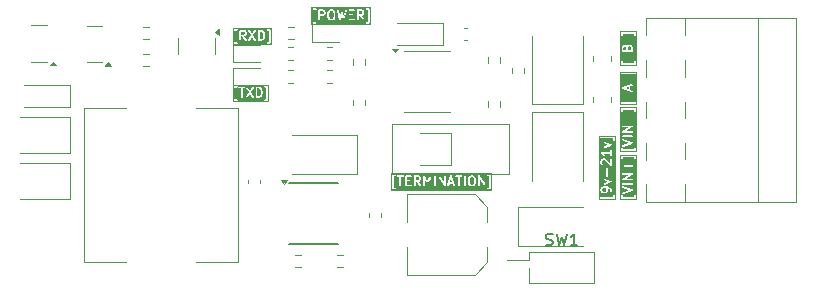
<source format=gbr>
G04 #@! TF.GenerationSoftware,KiCad,Pcbnew,8.0.8*
G04 #@! TF.CreationDate,2025-02-02T21:46:04-08:00*
G04 #@! TF.ProjectId,pi-zero-serial-hat,70692d7a-6572-46f2-9d73-657269616c2d,2.1*
G04 #@! TF.SameCoordinates,Original*
G04 #@! TF.FileFunction,Legend,Top*
G04 #@! TF.FilePolarity,Positive*
%FSLAX46Y46*%
G04 Gerber Fmt 4.6, Leading zero omitted, Abs format (unit mm)*
G04 Created by KiCad (PCBNEW 8.0.8) date 2025-02-02 21:46:04*
%MOMM*%
%LPD*%
G01*
G04 APERTURE LIST*
%ADD10C,0.150000*%
%ADD11C,0.120000*%
G04 APERTURE END LIST*
D10*
G36*
X172356850Y-113654633D02*
G01*
X170886215Y-113654633D01*
X170886215Y-113300268D01*
X170975104Y-113300268D01*
X170975104Y-113490744D01*
X170976545Y-113505376D01*
X170987744Y-113532412D01*
X171008436Y-113553104D01*
X171035472Y-113564303D01*
X171050104Y-113565744D01*
X172192961Y-113565744D01*
X172207593Y-113564303D01*
X172234629Y-113553104D01*
X172255321Y-113532412D01*
X172266520Y-113505376D01*
X172267961Y-113490744D01*
X172267961Y-113300268D01*
X172266520Y-113285636D01*
X172255321Y-113258600D01*
X172234629Y-113237908D01*
X172207593Y-113226709D01*
X172178329Y-113226709D01*
X172151293Y-113237908D01*
X172130601Y-113258600D01*
X172119402Y-113285636D01*
X172117961Y-113300268D01*
X172117961Y-113415744D01*
X171125104Y-113415744D01*
X171125104Y-113300268D01*
X171123663Y-113285636D01*
X171112464Y-113258600D01*
X171091772Y-113237908D01*
X171064736Y-113226709D01*
X171035472Y-113226709D01*
X171008436Y-113237908D01*
X170987744Y-113258600D01*
X170976545Y-113285636D01*
X170975104Y-113300268D01*
X170886215Y-113300268D01*
X170886215Y-112567079D01*
X171051884Y-112567079D01*
X171053959Y-112596269D01*
X171067045Y-112622442D01*
X171089153Y-112641616D01*
X171102578Y-112647610D01*
X171689124Y-112843125D01*
X171102578Y-113038641D01*
X171089152Y-113044635D01*
X171067045Y-113063809D01*
X171053959Y-113089982D01*
X171051884Y-113119172D01*
X171061138Y-113146935D01*
X171080312Y-113169042D01*
X171106485Y-113182128D01*
X171135675Y-113184203D01*
X171150012Y-113180943D01*
X171950012Y-112914276D01*
X171963437Y-112908282D01*
X171967482Y-112904773D01*
X171972279Y-112902375D01*
X171978443Y-112895266D01*
X171985545Y-112889108D01*
X171987940Y-112884316D01*
X171991452Y-112880268D01*
X171994426Y-112871344D01*
X171998631Y-112862935D01*
X171999010Y-112857590D01*
X172000706Y-112852505D01*
X172000039Y-112843122D01*
X172000706Y-112833745D01*
X171999011Y-112828662D01*
X171998632Y-112823315D01*
X171994425Y-112814901D01*
X171991452Y-112805982D01*
X171987941Y-112801934D01*
X171985545Y-112797142D01*
X171978440Y-112790979D01*
X171972278Y-112783875D01*
X171967486Y-112781479D01*
X171963438Y-112777968D01*
X171950012Y-112771974D01*
X171150012Y-112505308D01*
X171135675Y-112502048D01*
X171106485Y-112504123D01*
X171080312Y-112517209D01*
X171061138Y-112539317D01*
X171051884Y-112567079D01*
X170886215Y-112567079D01*
X170886215Y-112295160D01*
X171052736Y-112295160D01*
X171052736Y-112324424D01*
X171063935Y-112351460D01*
X171084627Y-112372152D01*
X171111663Y-112383351D01*
X171126295Y-112384792D01*
X171926295Y-112384792D01*
X171940927Y-112383351D01*
X171967963Y-112372152D01*
X171988655Y-112351460D01*
X171999854Y-112324424D01*
X171999854Y-112295160D01*
X171988655Y-112268124D01*
X171967963Y-112247432D01*
X171940927Y-112236233D01*
X171926295Y-112234792D01*
X171126295Y-112234792D01*
X171111663Y-112236233D01*
X171084627Y-112247432D01*
X171063935Y-112268124D01*
X171052736Y-112295160D01*
X170886215Y-112295160D01*
X170886215Y-111923601D01*
X171051478Y-111923601D01*
X171052736Y-111933497D01*
X171052736Y-111943472D01*
X171054565Y-111947887D01*
X171055168Y-111952631D01*
X171060118Y-111961295D01*
X171063935Y-111970508D01*
X171067313Y-111973886D01*
X171069687Y-111978040D01*
X171077576Y-111984149D01*
X171084627Y-111991200D01*
X171089043Y-111993029D01*
X171092824Y-111995957D01*
X171102447Y-111998581D01*
X171111663Y-112002399D01*
X171119145Y-112003135D01*
X171121056Y-112003657D01*
X171122531Y-112003469D01*
X171126295Y-112003840D01*
X171926295Y-112003840D01*
X171940927Y-112002399D01*
X171967963Y-111991200D01*
X171988655Y-111970508D01*
X171999854Y-111943472D01*
X171999854Y-111914208D01*
X171988655Y-111887172D01*
X171967963Y-111866480D01*
X171940927Y-111855281D01*
X171926295Y-111853840D01*
X171408711Y-111853840D01*
X171963505Y-111536815D01*
X171966588Y-111534626D01*
X171967963Y-111534057D01*
X171969362Y-111532657D01*
X171975495Y-111528305D01*
X171981603Y-111520416D01*
X171988655Y-111513365D01*
X171990485Y-111508946D01*
X171993412Y-111505167D01*
X171996036Y-111495545D01*
X171999854Y-111486329D01*
X171999854Y-111481548D01*
X172001112Y-111476936D01*
X171999854Y-111467039D01*
X171999854Y-111457065D01*
X171998024Y-111452649D01*
X171997422Y-111447906D01*
X171992471Y-111439241D01*
X171988655Y-111430029D01*
X171985276Y-111426650D01*
X171982903Y-111422497D01*
X171975013Y-111416387D01*
X171967963Y-111409337D01*
X171963546Y-111407507D01*
X171959766Y-111404580D01*
X171950142Y-111401955D01*
X171940927Y-111398138D01*
X171933444Y-111397401D01*
X171931534Y-111396880D01*
X171930058Y-111397067D01*
X171926295Y-111396697D01*
X171126295Y-111396697D01*
X171111663Y-111398138D01*
X171084627Y-111409337D01*
X171063935Y-111430029D01*
X171052736Y-111457065D01*
X171052736Y-111486329D01*
X171063935Y-111513365D01*
X171084627Y-111534057D01*
X171111663Y-111545256D01*
X171126295Y-111546697D01*
X171643879Y-111546697D01*
X171089085Y-111863722D01*
X171086001Y-111865910D01*
X171084627Y-111866480D01*
X171083227Y-111867879D01*
X171077095Y-111872232D01*
X171070985Y-111880121D01*
X171063935Y-111887172D01*
X171062105Y-111891588D01*
X171059178Y-111895369D01*
X171056553Y-111904992D01*
X171052736Y-111914208D01*
X171052736Y-111918988D01*
X171051478Y-111923601D01*
X170886215Y-111923601D01*
X170886215Y-110771351D01*
X171243212Y-110771351D01*
X171243212Y-110800615D01*
X171254411Y-110827651D01*
X171275103Y-110848343D01*
X171302139Y-110859542D01*
X171316771Y-110860983D01*
X171546533Y-110860983D01*
X171546533Y-111090745D01*
X171547974Y-111105377D01*
X171559173Y-111132413D01*
X171579865Y-111153105D01*
X171606901Y-111164304D01*
X171636165Y-111164304D01*
X171663201Y-111153105D01*
X171683893Y-111132413D01*
X171695092Y-111105377D01*
X171696533Y-111090745D01*
X171696533Y-110860983D01*
X171926295Y-110860983D01*
X171940927Y-110859542D01*
X171967963Y-110848343D01*
X171988655Y-110827651D01*
X171999854Y-110800615D01*
X171999854Y-110771351D01*
X171988655Y-110744315D01*
X171967963Y-110723623D01*
X171940927Y-110712424D01*
X171926295Y-110710983D01*
X171696533Y-110710983D01*
X171696533Y-110481222D01*
X171695092Y-110466590D01*
X171683893Y-110439554D01*
X171663201Y-110418862D01*
X171636165Y-110407663D01*
X171606901Y-110407663D01*
X171579865Y-110418862D01*
X171559173Y-110439554D01*
X171547974Y-110466590D01*
X171546533Y-110481222D01*
X171546533Y-110710983D01*
X171316771Y-110710983D01*
X171302139Y-110712424D01*
X171275103Y-110723623D01*
X171254411Y-110744315D01*
X171243212Y-110771351D01*
X170886215Y-110771351D01*
X170886215Y-109985984D01*
X170975104Y-109985984D01*
X170975104Y-110176460D01*
X170976545Y-110191092D01*
X170987744Y-110218128D01*
X171008436Y-110238820D01*
X171035472Y-110250019D01*
X171064736Y-110250019D01*
X171091772Y-110238820D01*
X171112464Y-110218128D01*
X171123663Y-110191092D01*
X171125104Y-110176460D01*
X171125104Y-110060984D01*
X172117961Y-110060984D01*
X172117961Y-110176460D01*
X172119402Y-110191092D01*
X172130601Y-110218128D01*
X172151293Y-110238820D01*
X172178329Y-110250019D01*
X172207593Y-110250019D01*
X172234629Y-110238820D01*
X172255321Y-110218128D01*
X172266520Y-110191092D01*
X172267961Y-110176460D01*
X172267961Y-109985984D01*
X172266520Y-109971352D01*
X172255321Y-109944316D01*
X172234629Y-109923624D01*
X172207593Y-109912425D01*
X172192961Y-109910984D01*
X171050104Y-109910984D01*
X171035472Y-109912425D01*
X171008436Y-109923624D01*
X170987744Y-109944316D01*
X170976545Y-109971352D01*
X170975104Y-109985984D01*
X170886215Y-109985984D01*
X170886215Y-109822095D01*
X172356850Y-109822095D01*
X172356850Y-113654633D01*
G37*
G36*
X158472335Y-111740279D02*
G01*
X158525230Y-111793173D01*
X158556048Y-111916444D01*
X158556048Y-112164644D01*
X158525230Y-112287915D01*
X158472335Y-112340811D01*
X158422867Y-112365545D01*
X158305896Y-112365545D01*
X158256427Y-112340810D01*
X158203532Y-112287915D01*
X158172714Y-112164642D01*
X158172714Y-111916446D01*
X158203532Y-111793173D01*
X158256426Y-111740279D01*
X158305896Y-111715545D01*
X158422867Y-111715545D01*
X158472335Y-111740279D01*
G37*
G36*
X153862812Y-111740279D02*
G01*
X153883695Y-111761162D01*
X153908430Y-111810631D01*
X153908430Y-111889505D01*
X153883695Y-111938974D01*
X153862812Y-111959858D01*
X153813344Y-111984592D01*
X153601287Y-111984592D01*
X153601287Y-111715545D01*
X153813344Y-111715545D01*
X153862812Y-111740279D01*
G37*
G36*
X156698420Y-112136973D02*
G01*
X156525581Y-112136973D01*
X156612000Y-111877715D01*
X156698420Y-112136973D01*
G37*
G36*
X160090174Y-112871100D02*
G01*
X151533826Y-112871100D01*
X151533826Y-111564354D01*
X151622715Y-111564354D01*
X151622715Y-112707211D01*
X151624156Y-112721843D01*
X151635355Y-112748879D01*
X151656047Y-112769571D01*
X151683083Y-112780770D01*
X151697715Y-112782211D01*
X151888191Y-112782211D01*
X151902823Y-112780770D01*
X151929859Y-112769571D01*
X151950551Y-112748879D01*
X151961750Y-112721843D01*
X151961750Y-112692579D01*
X151950551Y-112665543D01*
X151929859Y-112644851D01*
X151902823Y-112633652D01*
X151888191Y-112632211D01*
X151772715Y-112632211D01*
X151772715Y-111639354D01*
X151888191Y-111639354D01*
X151902823Y-111637913D01*
X151929859Y-111626714D01*
X151930660Y-111625913D01*
X152005108Y-111625913D01*
X152005108Y-111655177D01*
X152016307Y-111682213D01*
X152036999Y-111702905D01*
X152064035Y-111714104D01*
X152078667Y-111715545D01*
X152232238Y-111715545D01*
X152232238Y-112440545D01*
X152233679Y-112455177D01*
X152244878Y-112482213D01*
X152265570Y-112502905D01*
X152292606Y-112514104D01*
X152321870Y-112514104D01*
X152348906Y-112502905D01*
X152369598Y-112482213D01*
X152380797Y-112455177D01*
X152382238Y-112440545D01*
X152382238Y-111715545D01*
X152535810Y-111715545D01*
X152550442Y-111714104D01*
X152577478Y-111702905D01*
X152598170Y-111682213D01*
X152609369Y-111655177D01*
X152609369Y-111640545D01*
X152727477Y-111640545D01*
X152727477Y-112440545D01*
X152728918Y-112455177D01*
X152740117Y-112482213D01*
X152760809Y-112502905D01*
X152787845Y-112514104D01*
X152802477Y-112515545D01*
X153183429Y-112515545D01*
X153198061Y-112514104D01*
X153225097Y-112502905D01*
X153245789Y-112482213D01*
X153256988Y-112455177D01*
X153256988Y-112425913D01*
X153245789Y-112398877D01*
X153225097Y-112378185D01*
X153198061Y-112366986D01*
X153183429Y-112365545D01*
X152877477Y-112365545D01*
X152877477Y-112096497D01*
X153069143Y-112096497D01*
X153083775Y-112095056D01*
X153110811Y-112083857D01*
X153131503Y-112063165D01*
X153142702Y-112036129D01*
X153142702Y-112006865D01*
X153131503Y-111979829D01*
X153110811Y-111959137D01*
X153083775Y-111947938D01*
X153069143Y-111946497D01*
X152877477Y-111946497D01*
X152877477Y-111715545D01*
X153183429Y-111715545D01*
X153198061Y-111714104D01*
X153225097Y-111702905D01*
X153245789Y-111682213D01*
X153256988Y-111655177D01*
X153256988Y-111640545D01*
X153451287Y-111640545D01*
X153451287Y-112440545D01*
X153452728Y-112455177D01*
X153463927Y-112482213D01*
X153484619Y-112502905D01*
X153511655Y-112514104D01*
X153540919Y-112514104D01*
X153567955Y-112502905D01*
X153588647Y-112482213D01*
X153599846Y-112455177D01*
X153601287Y-112440545D01*
X153601287Y-112134592D01*
X153677714Y-112134592D01*
X153921987Y-112483554D01*
X153931559Y-112494715D01*
X153956238Y-112510442D01*
X153985055Y-112515527D01*
X154013626Y-112509198D01*
X154037600Y-112492416D01*
X154053327Y-112467737D01*
X154058412Y-112438919D01*
X154052083Y-112410348D01*
X154044872Y-112397535D01*
X153857238Y-112129487D01*
X153864590Y-112126674D01*
X153940780Y-112088579D01*
X153947079Y-112084614D01*
X153948907Y-112083857D01*
X153950963Y-112082168D01*
X153953223Y-112080747D01*
X153954522Y-112079248D01*
X153960272Y-112074530D01*
X153998367Y-112036435D01*
X154003087Y-112030682D01*
X154004583Y-112029386D01*
X154006002Y-112027131D01*
X154007694Y-112025070D01*
X154008452Y-112023239D01*
X154012416Y-112016943D01*
X154050512Y-111940753D01*
X154055767Y-111927021D01*
X154055958Y-111924331D01*
X154056989Y-111921843D01*
X154058430Y-111907211D01*
X154058430Y-111792926D01*
X154056989Y-111778294D01*
X154055958Y-111775805D01*
X154055767Y-111773116D01*
X154050512Y-111759384D01*
X154012416Y-111683194D01*
X154008452Y-111676897D01*
X154007694Y-111675067D01*
X154006002Y-111673005D01*
X154004583Y-111670751D01*
X154003087Y-111669454D01*
X153998367Y-111663702D01*
X153975210Y-111640545D01*
X154251287Y-111640545D01*
X154251287Y-112440545D01*
X154252728Y-112455177D01*
X154263927Y-112482213D01*
X154284619Y-112502905D01*
X154311655Y-112514104D01*
X154340919Y-112514104D01*
X154367955Y-112502905D01*
X154388647Y-112482213D01*
X154399846Y-112455177D01*
X154401287Y-112440545D01*
X154401287Y-111978613D01*
X154524989Y-112243690D01*
X154528163Y-112249049D01*
X154528823Y-112250862D01*
X154529997Y-112252144D01*
X154532483Y-112256340D01*
X154540892Y-112264040D01*
X154548587Y-112272443D01*
X154551605Y-112273851D01*
X154554064Y-112276103D01*
X154564776Y-112279998D01*
X154575105Y-112284819D01*
X154578433Y-112284965D01*
X154581565Y-112286104D01*
X154592959Y-112285603D01*
X154604341Y-112286103D01*
X154607469Y-112284965D01*
X154610801Y-112284819D01*
X154621136Y-112279995D01*
X154631842Y-112276103D01*
X154634297Y-112273853D01*
X154637319Y-112272444D01*
X154645020Y-112264033D01*
X154653423Y-112256339D01*
X154655906Y-112252146D01*
X154657083Y-112250862D01*
X154657743Y-112249046D01*
X154660917Y-112243689D01*
X154784620Y-111978611D01*
X154784620Y-112440545D01*
X154786061Y-112455177D01*
X154797260Y-112482213D01*
X154817952Y-112502905D01*
X154844988Y-112514104D01*
X154874252Y-112514104D01*
X154901288Y-112502905D01*
X154921980Y-112482213D01*
X154933179Y-112455177D01*
X154934620Y-112440545D01*
X154934620Y-111640545D01*
X155165573Y-111640545D01*
X155165573Y-112440545D01*
X155167014Y-112455177D01*
X155178213Y-112482213D01*
X155198905Y-112502905D01*
X155225941Y-112514104D01*
X155255205Y-112514104D01*
X155282241Y-112502905D01*
X155302933Y-112482213D01*
X155314132Y-112455177D01*
X155315573Y-112440545D01*
X155315573Y-111640545D01*
X155546525Y-111640545D01*
X155546525Y-112440545D01*
X155547966Y-112455177D01*
X155559165Y-112482213D01*
X155579857Y-112502905D01*
X155606893Y-112514104D01*
X155636157Y-112514104D01*
X155663193Y-112502905D01*
X155683885Y-112482213D01*
X155695084Y-112455177D01*
X155696525Y-112440545D01*
X155696525Y-111922961D01*
X156013550Y-112477755D01*
X156015738Y-112480838D01*
X156016308Y-112482213D01*
X156017707Y-112483612D01*
X156022060Y-112489745D01*
X156029948Y-112495853D01*
X156037000Y-112502905D01*
X156041418Y-112504735D01*
X156045198Y-112507662D01*
X156054819Y-112510286D01*
X156064036Y-112514104D01*
X156068817Y-112514104D01*
X156073429Y-112515362D01*
X156083326Y-112514104D01*
X156093300Y-112514104D01*
X156097715Y-112512274D01*
X156102459Y-112511672D01*
X156111123Y-112506721D01*
X156120336Y-112502905D01*
X156123714Y-112499526D01*
X156127868Y-112497153D01*
X156133977Y-112489263D01*
X156141028Y-112482213D01*
X156142857Y-112477796D01*
X156145785Y-112474016D01*
X156148409Y-112464392D01*
X156152227Y-112455177D01*
X156152963Y-112447694D01*
X156153485Y-112445784D01*
X156153297Y-112444308D01*
X156153668Y-112440545D01*
X156153668Y-112431165D01*
X156270923Y-112431165D01*
X156272998Y-112460355D01*
X156286084Y-112486528D01*
X156308191Y-112505702D01*
X156335954Y-112514956D01*
X156365144Y-112512881D01*
X156391317Y-112499795D01*
X156410491Y-112477688D01*
X156416485Y-112464262D01*
X156475581Y-112286973D01*
X156748420Y-112286973D01*
X156807516Y-112464262D01*
X156813510Y-112477688D01*
X156832684Y-112499795D01*
X156858857Y-112512882D01*
X156888047Y-112514956D01*
X156915810Y-112505702D01*
X156937917Y-112486529D01*
X156951004Y-112460355D01*
X156953078Y-112431165D01*
X156949818Y-112416828D01*
X156686180Y-111625913D01*
X156957489Y-111625913D01*
X156957489Y-111655177D01*
X156968688Y-111682213D01*
X156989380Y-111702905D01*
X157016416Y-111714104D01*
X157031048Y-111715545D01*
X157184619Y-111715545D01*
X157184619Y-112440545D01*
X157186060Y-112455177D01*
X157197259Y-112482213D01*
X157217951Y-112502905D01*
X157244987Y-112514104D01*
X157274251Y-112514104D01*
X157301287Y-112502905D01*
X157321979Y-112482213D01*
X157333178Y-112455177D01*
X157334619Y-112440545D01*
X157334619Y-111715545D01*
X157488191Y-111715545D01*
X157502823Y-111714104D01*
X157529859Y-111702905D01*
X157550551Y-111682213D01*
X157561750Y-111655177D01*
X157561750Y-111640545D01*
X157679858Y-111640545D01*
X157679858Y-112440545D01*
X157681299Y-112455177D01*
X157692498Y-112482213D01*
X157713190Y-112502905D01*
X157740226Y-112514104D01*
X157769490Y-112514104D01*
X157796526Y-112502905D01*
X157817218Y-112482213D01*
X157828417Y-112455177D01*
X157829858Y-112440545D01*
X157829858Y-111907211D01*
X158022714Y-111907211D01*
X158022714Y-112173878D01*
X158022965Y-112176431D01*
X158022803Y-112177524D01*
X158023612Y-112182998D01*
X158024155Y-112188510D01*
X158024577Y-112189530D01*
X158024953Y-112192069D01*
X158063049Y-112344450D01*
X158067996Y-112358295D01*
X158071315Y-112362775D01*
X158073449Y-112367926D01*
X158082777Y-112379292D01*
X158158967Y-112455483D01*
X158164716Y-112460201D01*
X158166016Y-112461700D01*
X158168275Y-112463121D01*
X158170332Y-112464810D01*
X158172159Y-112465567D01*
X158178459Y-112469532D01*
X158254650Y-112507627D01*
X158268382Y-112512882D01*
X158271069Y-112513072D01*
X158273559Y-112514104D01*
X158288191Y-112515545D01*
X158440572Y-112515545D01*
X158455204Y-112514104D01*
X158457693Y-112513072D01*
X158460381Y-112512882D01*
X158474113Y-112507627D01*
X158550303Y-112469532D01*
X158556602Y-112465567D01*
X158558430Y-112464810D01*
X158560486Y-112463121D01*
X158562746Y-112461700D01*
X158564045Y-112460201D01*
X158569795Y-112455483D01*
X158645986Y-112379292D01*
X158655313Y-112367927D01*
X158657446Y-112362775D01*
X158660767Y-112358295D01*
X158665714Y-112344449D01*
X158703809Y-112192068D01*
X158704184Y-112189530D01*
X158704607Y-112188510D01*
X158705148Y-112183007D01*
X158705960Y-112177523D01*
X158705796Y-112176427D01*
X158706048Y-112173878D01*
X158706048Y-111907211D01*
X158705796Y-111904661D01*
X158705960Y-111903566D01*
X158705148Y-111898081D01*
X158704607Y-111892579D01*
X158704184Y-111891558D01*
X158703809Y-111889021D01*
X158665714Y-111736640D01*
X158660767Y-111722794D01*
X158657446Y-111718313D01*
X158655313Y-111713162D01*
X158645986Y-111701797D01*
X158584733Y-111640545D01*
X158898905Y-111640545D01*
X158898905Y-112440545D01*
X158900346Y-112455177D01*
X158911545Y-112482213D01*
X158932237Y-112502905D01*
X158959273Y-112514104D01*
X158988537Y-112514104D01*
X159015573Y-112502905D01*
X159036265Y-112482213D01*
X159047464Y-112455177D01*
X159048905Y-112440545D01*
X159048905Y-111922961D01*
X159365930Y-112477755D01*
X159368118Y-112480838D01*
X159368688Y-112482213D01*
X159370087Y-112483612D01*
X159374440Y-112489745D01*
X159382328Y-112495853D01*
X159389380Y-112502905D01*
X159393798Y-112504735D01*
X159397578Y-112507662D01*
X159407199Y-112510286D01*
X159416416Y-112514104D01*
X159421197Y-112514104D01*
X159425809Y-112515362D01*
X159435706Y-112514104D01*
X159445680Y-112514104D01*
X159450095Y-112512274D01*
X159454839Y-112511672D01*
X159463503Y-112506721D01*
X159472716Y-112502905D01*
X159476094Y-112499526D01*
X159480248Y-112497153D01*
X159486357Y-112489263D01*
X159493408Y-112482213D01*
X159495237Y-112477796D01*
X159498165Y-112474016D01*
X159500789Y-112464392D01*
X159504607Y-112455177D01*
X159505343Y-112447694D01*
X159505865Y-112445784D01*
X159505677Y-112444308D01*
X159506048Y-112440545D01*
X159506048Y-111640545D01*
X159504607Y-111625913D01*
X159493408Y-111598877D01*
X159472716Y-111578185D01*
X159445680Y-111566986D01*
X159416416Y-111566986D01*
X159389380Y-111578185D01*
X159368688Y-111598877D01*
X159357489Y-111625913D01*
X159356048Y-111640545D01*
X159356048Y-112158128D01*
X159039023Y-111603335D01*
X159036834Y-111600251D01*
X159036265Y-111598877D01*
X159034865Y-111597477D01*
X159030513Y-111591345D01*
X159022623Y-111585235D01*
X159015573Y-111578185D01*
X159011156Y-111576355D01*
X159007376Y-111573428D01*
X158997752Y-111570803D01*
X158988537Y-111566986D01*
X158983756Y-111566986D01*
X158979144Y-111565728D01*
X158969247Y-111566986D01*
X158959273Y-111566986D01*
X158954857Y-111568815D01*
X158950114Y-111569418D01*
X158941449Y-111574368D01*
X158932237Y-111578185D01*
X158928858Y-111581563D01*
X158924705Y-111583937D01*
X158918595Y-111591826D01*
X158911545Y-111598877D01*
X158909715Y-111603293D01*
X158906788Y-111607074D01*
X158904163Y-111616697D01*
X158900346Y-111625913D01*
X158899609Y-111633395D01*
X158899088Y-111635306D01*
X158899275Y-111636781D01*
X158898905Y-111640545D01*
X158584733Y-111640545D01*
X158569795Y-111625607D01*
X158564045Y-111620888D01*
X158562746Y-111619390D01*
X158560487Y-111617968D01*
X158558429Y-111616279D01*
X158556599Y-111615521D01*
X158550303Y-111611558D01*
X158474113Y-111573463D01*
X158460381Y-111568208D01*
X158457693Y-111568017D01*
X158455204Y-111566986D01*
X158440572Y-111565545D01*
X158288191Y-111565545D01*
X158273559Y-111566986D01*
X158271069Y-111568017D01*
X158268382Y-111568208D01*
X158254650Y-111573463D01*
X158178459Y-111611558D01*
X158172164Y-111615520D01*
X158170332Y-111616279D01*
X158168270Y-111617970D01*
X158166016Y-111619390D01*
X158164717Y-111620886D01*
X158158967Y-111625607D01*
X158082777Y-111701797D01*
X158073450Y-111713162D01*
X158071316Y-111718312D01*
X158067996Y-111722794D01*
X158063049Y-111736639D01*
X158024953Y-111889020D01*
X158024577Y-111891558D01*
X158024155Y-111892579D01*
X158023612Y-111898090D01*
X158022803Y-111903565D01*
X158022965Y-111904657D01*
X158022714Y-111907211D01*
X157829858Y-111907211D01*
X157829858Y-111640545D01*
X157828417Y-111625913D01*
X157817218Y-111598877D01*
X157796526Y-111578185D01*
X157769490Y-111566986D01*
X157740226Y-111566986D01*
X157713190Y-111578185D01*
X157692498Y-111598877D01*
X157681299Y-111625913D01*
X157679858Y-111640545D01*
X157561750Y-111640545D01*
X157561750Y-111625913D01*
X157550551Y-111598877D01*
X157529859Y-111578185D01*
X157502823Y-111566986D01*
X157488191Y-111565545D01*
X157031048Y-111565545D01*
X157016416Y-111566986D01*
X156989380Y-111578185D01*
X156968688Y-111598877D01*
X156957489Y-111625913D01*
X156686180Y-111625913D01*
X156683152Y-111616828D01*
X156677158Y-111603403D01*
X156673647Y-111599355D01*
X156671251Y-111594562D01*
X156664145Y-111588398D01*
X156657984Y-111581295D01*
X156653192Y-111578899D01*
X156649144Y-111575388D01*
X156640220Y-111572413D01*
X156631811Y-111568209D01*
X156626466Y-111567829D01*
X156621381Y-111566134D01*
X156612001Y-111566800D01*
X156602621Y-111566134D01*
X156597535Y-111567829D01*
X156592191Y-111568209D01*
X156583780Y-111572414D01*
X156574859Y-111575388D01*
X156570811Y-111578898D01*
X156566018Y-111581295D01*
X156559855Y-111588399D01*
X156552751Y-111594562D01*
X156550354Y-111599355D01*
X156546844Y-111603403D01*
X156540850Y-111616828D01*
X156274183Y-112416828D01*
X156270923Y-112431165D01*
X156153668Y-112431165D01*
X156153668Y-111640545D01*
X156152227Y-111625913D01*
X156141028Y-111598877D01*
X156120336Y-111578185D01*
X156093300Y-111566986D01*
X156064036Y-111566986D01*
X156037000Y-111578185D01*
X156016308Y-111598877D01*
X156005109Y-111625913D01*
X156003668Y-111640545D01*
X156003668Y-112158128D01*
X155686643Y-111603335D01*
X155684454Y-111600251D01*
X155683885Y-111598877D01*
X155682485Y-111597477D01*
X155678133Y-111591345D01*
X155670243Y-111585235D01*
X155663193Y-111578185D01*
X155658776Y-111576355D01*
X155654996Y-111573428D01*
X155645372Y-111570803D01*
X155636157Y-111566986D01*
X155631376Y-111566986D01*
X155626764Y-111565728D01*
X155616867Y-111566986D01*
X155606893Y-111566986D01*
X155602477Y-111568815D01*
X155597734Y-111569418D01*
X155589069Y-111574368D01*
X155579857Y-111578185D01*
X155576478Y-111581563D01*
X155572325Y-111583937D01*
X155566215Y-111591826D01*
X155559165Y-111598877D01*
X155557335Y-111603293D01*
X155554408Y-111607074D01*
X155551783Y-111616697D01*
X155547966Y-111625913D01*
X155547229Y-111633395D01*
X155546708Y-111635306D01*
X155546895Y-111636781D01*
X155546525Y-111640545D01*
X155315573Y-111640545D01*
X155314132Y-111625913D01*
X155302933Y-111598877D01*
X155282241Y-111578185D01*
X155255205Y-111566986D01*
X155225941Y-111566986D01*
X155198905Y-111578185D01*
X155178213Y-111598877D01*
X155167014Y-111625913D01*
X155165573Y-111640545D01*
X154934620Y-111640545D01*
X154933672Y-111630923D01*
X154933750Y-111629157D01*
X154933405Y-111628208D01*
X154933179Y-111625913D01*
X154928197Y-111613886D01*
X154923750Y-111601656D01*
X154922620Y-111600422D01*
X154921980Y-111598877D01*
X154912774Y-111589671D01*
X154903986Y-111580075D01*
X154902470Y-111579367D01*
X154901288Y-111578185D01*
X154889266Y-111573205D01*
X154877468Y-111567699D01*
X154875796Y-111567625D01*
X154874252Y-111566986D01*
X154861233Y-111566986D01*
X154848232Y-111566415D01*
X154846662Y-111566986D01*
X154844988Y-111566986D01*
X154832961Y-111571967D01*
X154820731Y-111576415D01*
X154819497Y-111577544D01*
X154817952Y-111578185D01*
X154808746Y-111587390D01*
X154799150Y-111596179D01*
X154797975Y-111598161D01*
X154797260Y-111598877D01*
X154796581Y-111600513D01*
X154791656Y-111608829D01*
X154592953Y-112034619D01*
X154394251Y-111608829D01*
X154389325Y-111600513D01*
X154388647Y-111598877D01*
X154387931Y-111598161D01*
X154386757Y-111596179D01*
X154377160Y-111587390D01*
X154367955Y-111578185D01*
X154366409Y-111577544D01*
X154365176Y-111576415D01*
X154352945Y-111571967D01*
X154340919Y-111566986D01*
X154339245Y-111566986D01*
X154337675Y-111566415D01*
X154324674Y-111566986D01*
X154311655Y-111566986D01*
X154310110Y-111567625D01*
X154308439Y-111567699D01*
X154296640Y-111573205D01*
X154284619Y-111578185D01*
X154283436Y-111579367D01*
X154281921Y-111580075D01*
X154273132Y-111589671D01*
X154263927Y-111598877D01*
X154263286Y-111600422D01*
X154262157Y-111601656D01*
X154257709Y-111613886D01*
X154252728Y-111625913D01*
X154252501Y-111628208D01*
X154252157Y-111629157D01*
X154252234Y-111630923D01*
X154251287Y-111640545D01*
X153975210Y-111640545D01*
X153960272Y-111625607D01*
X153954522Y-111620888D01*
X153953223Y-111619390D01*
X153950963Y-111617968D01*
X153948907Y-111616280D01*
X153947079Y-111615522D01*
X153940780Y-111611558D01*
X153864590Y-111573463D01*
X153850858Y-111568208D01*
X153848170Y-111568017D01*
X153845681Y-111566986D01*
X153831049Y-111565545D01*
X153526287Y-111565545D01*
X153511655Y-111566986D01*
X153484619Y-111578185D01*
X153463927Y-111598877D01*
X153452728Y-111625913D01*
X153451287Y-111640545D01*
X153256988Y-111640545D01*
X153256988Y-111625913D01*
X153245789Y-111598877D01*
X153225097Y-111578185D01*
X153198061Y-111566986D01*
X153183429Y-111565545D01*
X152802477Y-111565545D01*
X152787845Y-111566986D01*
X152760809Y-111578185D01*
X152740117Y-111598877D01*
X152728918Y-111625913D01*
X152727477Y-111640545D01*
X152609369Y-111640545D01*
X152609369Y-111625913D01*
X152598170Y-111598877D01*
X152577478Y-111578185D01*
X152550442Y-111566986D01*
X152535810Y-111565545D01*
X152078667Y-111565545D01*
X152064035Y-111566986D01*
X152036999Y-111578185D01*
X152016307Y-111598877D01*
X152005108Y-111625913D01*
X151930660Y-111625913D01*
X151950551Y-111606022D01*
X151961750Y-111578986D01*
X151961750Y-111549722D01*
X159662250Y-111549722D01*
X159662250Y-111578986D01*
X159673449Y-111606022D01*
X159694141Y-111626714D01*
X159721177Y-111637913D01*
X159735809Y-111639354D01*
X159851285Y-111639354D01*
X159851285Y-112632211D01*
X159735809Y-112632211D01*
X159721177Y-112633652D01*
X159694141Y-112644851D01*
X159673449Y-112665543D01*
X159662250Y-112692579D01*
X159662250Y-112721843D01*
X159673449Y-112748879D01*
X159694141Y-112769571D01*
X159721177Y-112780770D01*
X159735809Y-112782211D01*
X159926285Y-112782211D01*
X159940917Y-112780770D01*
X159967953Y-112769571D01*
X159988645Y-112748879D01*
X159999844Y-112721843D01*
X160001285Y-112707211D01*
X160001285Y-111564354D01*
X159999844Y-111549722D01*
X159988645Y-111522686D01*
X159967953Y-111501994D01*
X159940917Y-111490795D01*
X159926285Y-111489354D01*
X159735809Y-111489354D01*
X159721177Y-111490795D01*
X159694141Y-111501994D01*
X159673449Y-111522686D01*
X159662250Y-111549722D01*
X151961750Y-111549722D01*
X151950551Y-111522686D01*
X151929859Y-111501994D01*
X151902823Y-111490795D01*
X151888191Y-111489354D01*
X151697715Y-111489354D01*
X151683083Y-111490795D01*
X151656047Y-111501994D01*
X151635355Y-111522686D01*
X151624156Y-111549722D01*
X151622715Y-111564354D01*
X151533826Y-111564354D01*
X151533826Y-111400465D01*
X160090174Y-111400465D01*
X160090174Y-112871100D01*
G37*
G36*
X172356850Y-109629633D02*
G01*
X170886215Y-109629633D01*
X170886215Y-109275268D01*
X170975104Y-109275268D01*
X170975104Y-109465744D01*
X170976545Y-109480376D01*
X170987744Y-109507412D01*
X171008436Y-109528104D01*
X171035472Y-109539303D01*
X171050104Y-109540744D01*
X172192961Y-109540744D01*
X172207593Y-109539303D01*
X172234629Y-109528104D01*
X172255321Y-109507412D01*
X172266520Y-109480376D01*
X172267961Y-109465744D01*
X172267961Y-109275268D01*
X172266520Y-109260636D01*
X172255321Y-109233600D01*
X172234629Y-109212908D01*
X172207593Y-109201709D01*
X172178329Y-109201709D01*
X172151293Y-109212908D01*
X172130601Y-109233600D01*
X172119402Y-109260636D01*
X172117961Y-109275268D01*
X172117961Y-109390744D01*
X171125104Y-109390744D01*
X171125104Y-109275268D01*
X171123663Y-109260636D01*
X171112464Y-109233600D01*
X171091772Y-109212908D01*
X171064736Y-109201709D01*
X171035472Y-109201709D01*
X171008436Y-109212908D01*
X170987744Y-109233600D01*
X170976545Y-109260636D01*
X170975104Y-109275268D01*
X170886215Y-109275268D01*
X170886215Y-108542079D01*
X171051884Y-108542079D01*
X171053959Y-108571269D01*
X171067045Y-108597442D01*
X171089153Y-108616616D01*
X171102578Y-108622610D01*
X171689124Y-108818125D01*
X171102578Y-109013641D01*
X171089152Y-109019635D01*
X171067045Y-109038809D01*
X171053959Y-109064982D01*
X171051884Y-109094172D01*
X171061138Y-109121935D01*
X171080312Y-109144042D01*
X171106485Y-109157128D01*
X171135675Y-109159203D01*
X171150012Y-109155943D01*
X171950012Y-108889276D01*
X171963437Y-108883282D01*
X171967482Y-108879773D01*
X171972279Y-108877375D01*
X171978443Y-108870266D01*
X171985545Y-108864108D01*
X171987940Y-108859316D01*
X171991452Y-108855268D01*
X171994426Y-108846344D01*
X171998631Y-108837935D01*
X171999010Y-108832590D01*
X172000706Y-108827505D01*
X172000039Y-108818122D01*
X172000706Y-108808745D01*
X171999011Y-108803662D01*
X171998632Y-108798315D01*
X171994425Y-108789901D01*
X171991452Y-108780982D01*
X171987941Y-108776934D01*
X171985545Y-108772142D01*
X171978440Y-108765979D01*
X171972278Y-108758875D01*
X171967486Y-108756479D01*
X171963438Y-108752968D01*
X171950012Y-108746974D01*
X171150012Y-108480308D01*
X171135675Y-108477048D01*
X171106485Y-108479123D01*
X171080312Y-108492209D01*
X171061138Y-108514317D01*
X171051884Y-108542079D01*
X170886215Y-108542079D01*
X170886215Y-108270160D01*
X171052736Y-108270160D01*
X171052736Y-108299424D01*
X171063935Y-108326460D01*
X171084627Y-108347152D01*
X171111663Y-108358351D01*
X171126295Y-108359792D01*
X171926295Y-108359792D01*
X171940927Y-108358351D01*
X171967963Y-108347152D01*
X171988655Y-108326460D01*
X171999854Y-108299424D01*
X171999854Y-108270160D01*
X171988655Y-108243124D01*
X171967963Y-108222432D01*
X171940927Y-108211233D01*
X171926295Y-108209792D01*
X171126295Y-108209792D01*
X171111663Y-108211233D01*
X171084627Y-108222432D01*
X171063935Y-108243124D01*
X171052736Y-108270160D01*
X170886215Y-108270160D01*
X170886215Y-107898601D01*
X171051478Y-107898601D01*
X171052736Y-107908497D01*
X171052736Y-107918472D01*
X171054565Y-107922887D01*
X171055168Y-107927631D01*
X171060118Y-107936295D01*
X171063935Y-107945508D01*
X171067313Y-107948886D01*
X171069687Y-107953040D01*
X171077576Y-107959149D01*
X171084627Y-107966200D01*
X171089043Y-107968029D01*
X171092824Y-107970957D01*
X171102447Y-107973581D01*
X171111663Y-107977399D01*
X171119145Y-107978135D01*
X171121056Y-107978657D01*
X171122531Y-107978469D01*
X171126295Y-107978840D01*
X171926295Y-107978840D01*
X171940927Y-107977399D01*
X171967963Y-107966200D01*
X171988655Y-107945508D01*
X171999854Y-107918472D01*
X171999854Y-107889208D01*
X171988655Y-107862172D01*
X171967963Y-107841480D01*
X171940927Y-107830281D01*
X171926295Y-107828840D01*
X171408711Y-107828840D01*
X171963505Y-107511815D01*
X171966588Y-107509626D01*
X171967963Y-107509057D01*
X171969362Y-107507657D01*
X171975495Y-107503305D01*
X171981603Y-107495416D01*
X171988655Y-107488365D01*
X171990485Y-107483946D01*
X171993412Y-107480167D01*
X171996036Y-107470545D01*
X171999854Y-107461329D01*
X171999854Y-107456548D01*
X172001112Y-107451936D01*
X171999854Y-107442039D01*
X171999854Y-107432065D01*
X171998024Y-107427649D01*
X171997422Y-107422906D01*
X171992471Y-107414241D01*
X171988655Y-107405029D01*
X171985276Y-107401650D01*
X171982903Y-107397497D01*
X171975013Y-107391387D01*
X171967963Y-107384337D01*
X171963546Y-107382507D01*
X171959766Y-107379580D01*
X171950142Y-107376955D01*
X171940927Y-107373138D01*
X171933444Y-107372401D01*
X171931534Y-107371880D01*
X171930058Y-107372067D01*
X171926295Y-107371697D01*
X171126295Y-107371697D01*
X171111663Y-107373138D01*
X171084627Y-107384337D01*
X171063935Y-107405029D01*
X171052736Y-107432065D01*
X171052736Y-107461329D01*
X171063935Y-107488365D01*
X171084627Y-107509057D01*
X171111663Y-107520256D01*
X171126295Y-107521697D01*
X171643879Y-107521697D01*
X171089085Y-107838722D01*
X171086001Y-107840910D01*
X171084627Y-107841480D01*
X171083227Y-107842879D01*
X171077095Y-107847232D01*
X171070985Y-107855121D01*
X171063935Y-107862172D01*
X171062105Y-107866588D01*
X171059178Y-107870369D01*
X171056553Y-107879992D01*
X171052736Y-107889208D01*
X171052736Y-107893988D01*
X171051478Y-107898601D01*
X170886215Y-107898601D01*
X170886215Y-106456222D01*
X171546533Y-106456222D01*
X171546533Y-107065745D01*
X171547974Y-107080377D01*
X171559173Y-107107413D01*
X171579865Y-107128105D01*
X171606901Y-107139304D01*
X171636165Y-107139304D01*
X171663201Y-107128105D01*
X171683893Y-107107413D01*
X171695092Y-107080377D01*
X171696533Y-107065745D01*
X171696533Y-106456222D01*
X171695092Y-106441590D01*
X171683893Y-106414554D01*
X171663201Y-106393862D01*
X171636165Y-106382663D01*
X171606901Y-106382663D01*
X171579865Y-106393862D01*
X171559173Y-106414554D01*
X171547974Y-106441590D01*
X171546533Y-106456222D01*
X170886215Y-106456222D01*
X170886215Y-105960984D01*
X170975104Y-105960984D01*
X170975104Y-106151460D01*
X170976545Y-106166092D01*
X170987744Y-106193128D01*
X171008436Y-106213820D01*
X171035472Y-106225019D01*
X171064736Y-106225019D01*
X171091772Y-106213820D01*
X171112464Y-106193128D01*
X171123663Y-106166092D01*
X171125104Y-106151460D01*
X171125104Y-106035984D01*
X172117961Y-106035984D01*
X172117961Y-106151460D01*
X172119402Y-106166092D01*
X172130601Y-106193128D01*
X172151293Y-106213820D01*
X172178329Y-106225019D01*
X172207593Y-106225019D01*
X172234629Y-106213820D01*
X172255321Y-106193128D01*
X172266520Y-106166092D01*
X172267961Y-106151460D01*
X172267961Y-105960984D01*
X172266520Y-105946352D01*
X172255321Y-105919316D01*
X172234629Y-105898624D01*
X172207593Y-105887425D01*
X172192961Y-105885984D01*
X171050104Y-105885984D01*
X171035472Y-105887425D01*
X171008436Y-105898624D01*
X170987744Y-105919316D01*
X170976545Y-105946352D01*
X170975104Y-105960984D01*
X170886215Y-105960984D01*
X170886215Y-105797095D01*
X172356850Y-105797095D01*
X172356850Y-109629633D01*
G37*
G36*
X146581018Y-97692029D02*
G01*
X146633913Y-97744923D01*
X146664731Y-97868194D01*
X146664731Y-98116394D01*
X146633913Y-98239665D01*
X146581018Y-98292561D01*
X146531550Y-98317295D01*
X146414579Y-98317295D01*
X146365110Y-98292560D01*
X146312215Y-98239665D01*
X146281397Y-98116392D01*
X146281397Y-97868196D01*
X146312215Y-97744923D01*
X146365109Y-97692029D01*
X146414579Y-97667295D01*
X146531550Y-97667295D01*
X146581018Y-97692029D01*
G37*
G36*
X149057209Y-97692029D02*
G01*
X149078092Y-97712912D01*
X149102827Y-97762381D01*
X149102827Y-97841255D01*
X149078092Y-97890724D01*
X149057209Y-97911608D01*
X149007741Y-97936342D01*
X148795684Y-97936342D01*
X148795684Y-97667295D01*
X149007741Y-97667295D01*
X149057209Y-97692029D01*
G37*
G36*
X145781018Y-97692029D02*
G01*
X145801901Y-97712912D01*
X145826636Y-97762381D01*
X145826636Y-97841255D01*
X145801901Y-97890724D01*
X145781018Y-97911608D01*
X145731550Y-97936342D01*
X145519493Y-97936342D01*
X145519493Y-97667295D01*
X145731550Y-97667295D01*
X145781018Y-97692029D01*
G37*
G36*
X149798858Y-98822850D02*
G01*
X144785366Y-98822850D01*
X144785366Y-97516104D01*
X144874255Y-97516104D01*
X144874255Y-98658961D01*
X144875696Y-98673593D01*
X144886895Y-98700629D01*
X144907587Y-98721321D01*
X144934623Y-98732520D01*
X144949255Y-98733961D01*
X145139731Y-98733961D01*
X145154363Y-98732520D01*
X145181399Y-98721321D01*
X145202091Y-98700629D01*
X145213290Y-98673593D01*
X145213290Y-98644329D01*
X145202091Y-98617293D01*
X145181399Y-98596601D01*
X145154363Y-98585402D01*
X145139731Y-98583961D01*
X145024255Y-98583961D01*
X145024255Y-97592295D01*
X145369493Y-97592295D01*
X145369493Y-98392295D01*
X145370934Y-98406927D01*
X145382133Y-98433963D01*
X145402825Y-98454655D01*
X145429861Y-98465854D01*
X145459125Y-98465854D01*
X145486161Y-98454655D01*
X145506853Y-98433963D01*
X145518052Y-98406927D01*
X145519493Y-98392295D01*
X145519493Y-98086342D01*
X145749255Y-98086342D01*
X145763887Y-98084901D01*
X145766376Y-98083869D01*
X145769064Y-98083679D01*
X145782796Y-98078424D01*
X145858986Y-98040329D01*
X145865285Y-98036364D01*
X145867113Y-98035607D01*
X145869169Y-98033918D01*
X145871429Y-98032497D01*
X145872728Y-98030998D01*
X145878478Y-98026280D01*
X145916573Y-97988185D01*
X145921293Y-97982432D01*
X145922789Y-97981136D01*
X145924208Y-97978881D01*
X145925900Y-97976820D01*
X145926658Y-97974989D01*
X145930622Y-97968693D01*
X145968718Y-97892503D01*
X145973973Y-97878771D01*
X145974164Y-97876081D01*
X145975195Y-97873593D01*
X145976636Y-97858961D01*
X146131397Y-97858961D01*
X146131397Y-98125628D01*
X146131648Y-98128181D01*
X146131486Y-98129274D01*
X146132295Y-98134748D01*
X146132838Y-98140260D01*
X146133260Y-98141280D01*
X146133636Y-98143819D01*
X146171732Y-98296200D01*
X146176679Y-98310045D01*
X146179998Y-98314525D01*
X146182132Y-98319676D01*
X146191460Y-98331042D01*
X146267650Y-98407233D01*
X146273399Y-98411951D01*
X146274699Y-98413450D01*
X146276958Y-98414871D01*
X146279015Y-98416560D01*
X146280842Y-98417317D01*
X146287142Y-98421282D01*
X146363333Y-98459377D01*
X146377065Y-98464632D01*
X146379752Y-98464822D01*
X146382242Y-98465854D01*
X146396874Y-98467295D01*
X146549255Y-98467295D01*
X146563887Y-98465854D01*
X146566376Y-98464822D01*
X146569064Y-98464632D01*
X146582796Y-98459377D01*
X146658986Y-98421282D01*
X146665285Y-98417317D01*
X146667113Y-98416560D01*
X146669169Y-98414871D01*
X146671429Y-98413450D01*
X146672728Y-98411951D01*
X146678478Y-98407233D01*
X146754669Y-98331042D01*
X146763996Y-98319677D01*
X146766129Y-98314525D01*
X146769450Y-98310045D01*
X146774397Y-98296199D01*
X146812492Y-98143818D01*
X146812867Y-98141280D01*
X146813290Y-98140260D01*
X146813831Y-98134757D01*
X146814643Y-98129273D01*
X146814479Y-98128177D01*
X146814731Y-98125628D01*
X146814731Y-97858961D01*
X146814479Y-97856411D01*
X146814643Y-97855316D01*
X146813831Y-97849831D01*
X146813290Y-97844329D01*
X146812867Y-97843308D01*
X146812492Y-97840771D01*
X146774397Y-97688390D01*
X146769450Y-97674544D01*
X146766129Y-97670063D01*
X146763996Y-97664912D01*
X146754669Y-97653547D01*
X146696220Y-97595099D01*
X146931449Y-97595099D01*
X146933437Y-97609667D01*
X147123913Y-98409666D01*
X147125642Y-98414685D01*
X147125882Y-98416488D01*
X147126824Y-98418116D01*
X147128703Y-98423567D01*
X147135089Y-98432391D01*
X147140544Y-98441813D01*
X147143601Y-98444153D01*
X147145860Y-98447274D01*
X147155135Y-98452981D01*
X147163782Y-98459600D01*
X147167502Y-98460592D01*
X147170782Y-98462610D01*
X147181536Y-98464334D01*
X147192058Y-98467140D01*
X147195873Y-98466633D01*
X147199677Y-98467243D01*
X147210271Y-98464720D01*
X147221066Y-98463286D01*
X147224399Y-98461355D01*
X147228145Y-98460464D01*
X147236965Y-98454081D01*
X147246391Y-98448624D01*
X147248731Y-98445566D01*
X147251852Y-98443308D01*
X147257559Y-98434032D01*
X147264178Y-98425386D01*
X147266203Y-98419986D01*
X147267188Y-98418386D01*
X147267475Y-98416594D01*
X147269341Y-98411620D01*
X147349253Y-98111945D01*
X147429167Y-98411620D01*
X147431032Y-98416595D01*
X147431320Y-98418386D01*
X147432304Y-98419985D01*
X147434330Y-98425387D01*
X147440950Y-98434035D01*
X147446656Y-98443308D01*
X147449776Y-98445566D01*
X147452117Y-98448624D01*
X147461538Y-98454078D01*
X147470363Y-98460465D01*
X147474110Y-98461357D01*
X147477442Y-98463286D01*
X147488235Y-98464720D01*
X147498831Y-98467243D01*
X147502632Y-98466633D01*
X147506451Y-98467141D01*
X147516982Y-98464332D01*
X147527726Y-98462610D01*
X147531002Y-98460594D01*
X147534726Y-98459601D01*
X147543378Y-98452977D01*
X147552648Y-98447274D01*
X147554904Y-98444155D01*
X147557964Y-98441814D01*
X147563421Y-98432387D01*
X147569805Y-98423567D01*
X147571682Y-98418118D01*
X147572626Y-98416489D01*
X147572865Y-98414685D01*
X147574595Y-98409667D01*
X147765072Y-97609667D01*
X147767060Y-97595099D01*
X147766610Y-97592295D01*
X147921874Y-97592295D01*
X147921874Y-98392295D01*
X147923315Y-98406927D01*
X147934514Y-98433963D01*
X147955206Y-98454655D01*
X147982242Y-98465854D01*
X147996874Y-98467295D01*
X148377826Y-98467295D01*
X148392458Y-98465854D01*
X148419494Y-98454655D01*
X148440186Y-98433963D01*
X148451385Y-98406927D01*
X148451385Y-98377663D01*
X148440186Y-98350627D01*
X148419494Y-98329935D01*
X148392458Y-98318736D01*
X148377826Y-98317295D01*
X148071874Y-98317295D01*
X148071874Y-98048247D01*
X148263540Y-98048247D01*
X148278172Y-98046806D01*
X148305208Y-98035607D01*
X148325900Y-98014915D01*
X148337099Y-97987879D01*
X148337099Y-97958615D01*
X148325900Y-97931579D01*
X148305208Y-97910887D01*
X148278172Y-97899688D01*
X148263540Y-97898247D01*
X148071874Y-97898247D01*
X148071874Y-97667295D01*
X148377826Y-97667295D01*
X148392458Y-97665854D01*
X148419494Y-97654655D01*
X148440186Y-97633963D01*
X148451385Y-97606927D01*
X148451385Y-97592295D01*
X148645684Y-97592295D01*
X148645684Y-98392295D01*
X148647125Y-98406927D01*
X148658324Y-98433963D01*
X148679016Y-98454655D01*
X148706052Y-98465854D01*
X148735316Y-98465854D01*
X148762352Y-98454655D01*
X148783044Y-98433963D01*
X148794243Y-98406927D01*
X148795684Y-98392295D01*
X148795684Y-98086342D01*
X148872111Y-98086342D01*
X149116384Y-98435304D01*
X149125956Y-98446465D01*
X149150635Y-98462192D01*
X149179452Y-98467277D01*
X149208023Y-98460948D01*
X149231997Y-98444166D01*
X149247724Y-98419487D01*
X149252809Y-98390669D01*
X149246480Y-98362098D01*
X149239269Y-98349285D01*
X149051635Y-98081237D01*
X149058987Y-98078424D01*
X149135177Y-98040329D01*
X149141476Y-98036364D01*
X149143304Y-98035607D01*
X149145360Y-98033918D01*
X149147620Y-98032497D01*
X149148919Y-98030998D01*
X149154669Y-98026280D01*
X149192764Y-97988185D01*
X149197484Y-97982432D01*
X149198980Y-97981136D01*
X149200399Y-97978881D01*
X149202091Y-97976820D01*
X149202849Y-97974989D01*
X149206813Y-97968693D01*
X149244909Y-97892503D01*
X149250164Y-97878771D01*
X149250355Y-97876081D01*
X149251386Y-97873593D01*
X149252827Y-97858961D01*
X149252827Y-97744676D01*
X149251386Y-97730044D01*
X149250355Y-97727555D01*
X149250164Y-97724866D01*
X149244909Y-97711134D01*
X149206813Y-97634944D01*
X149202849Y-97628647D01*
X149202091Y-97626817D01*
X149200399Y-97624755D01*
X149198980Y-97622501D01*
X149197484Y-97621204D01*
X149192764Y-97615452D01*
X149154669Y-97577357D01*
X149148919Y-97572638D01*
X149147620Y-97571140D01*
X149145360Y-97569718D01*
X149143304Y-97568030D01*
X149141476Y-97567272D01*
X149135177Y-97563308D01*
X149058987Y-97525213D01*
X149045255Y-97519958D01*
X149042567Y-97519767D01*
X149040078Y-97518736D01*
X149025446Y-97517295D01*
X148720684Y-97517295D01*
X148706052Y-97518736D01*
X148679016Y-97529935D01*
X148658324Y-97550627D01*
X148647125Y-97577663D01*
X148645684Y-97592295D01*
X148451385Y-97592295D01*
X148451385Y-97577663D01*
X148440186Y-97550627D01*
X148419494Y-97529935D01*
X148392458Y-97518736D01*
X148377826Y-97517295D01*
X147996874Y-97517295D01*
X147982242Y-97518736D01*
X147955206Y-97529935D01*
X147934514Y-97550627D01*
X147923315Y-97577663D01*
X147921874Y-97592295D01*
X147766610Y-97592295D01*
X147762427Y-97566204D01*
X147747091Y-97541282D01*
X147723384Y-97524126D01*
X147694916Y-97517348D01*
X147666021Y-97521980D01*
X147641099Y-97537317D01*
X147623942Y-97561023D01*
X147619151Y-97574924D01*
X147497518Y-98085779D01*
X147421722Y-97801541D01*
X147420436Y-97798113D01*
X147420245Y-97796672D01*
X147419253Y-97794959D01*
X147416559Y-97787775D01*
X147410545Y-97779918D01*
X147405583Y-97771347D01*
X147401723Y-97768392D01*
X147398772Y-97764537D01*
X147390209Y-97759579D01*
X147382345Y-97753560D01*
X147377648Y-97752307D01*
X147373447Y-97749875D01*
X147363640Y-97748572D01*
X147354070Y-97746020D01*
X147349251Y-97746660D01*
X147344439Y-97746021D01*
X147334878Y-97748570D01*
X147325061Y-97749875D01*
X147320855Y-97752309D01*
X147316163Y-97753561D01*
X147308303Y-97759576D01*
X147299736Y-97764537D01*
X147296782Y-97768395D01*
X147292925Y-97771348D01*
X147287966Y-97779913D01*
X147281949Y-97787774D01*
X147279252Y-97794963D01*
X147278263Y-97796673D01*
X147278071Y-97798112D01*
X147276786Y-97801541D01*
X147200989Y-98085778D01*
X147079357Y-97574923D01*
X147074567Y-97561023D01*
X147057410Y-97537316D01*
X147032488Y-97521980D01*
X147003593Y-97517347D01*
X146975125Y-97524125D01*
X146951418Y-97541282D01*
X146936082Y-97566204D01*
X146931449Y-97595099D01*
X146696220Y-97595099D01*
X146678478Y-97577357D01*
X146672728Y-97572638D01*
X146671429Y-97571140D01*
X146669170Y-97569718D01*
X146667112Y-97568029D01*
X146665282Y-97567271D01*
X146658986Y-97563308D01*
X146582796Y-97525213D01*
X146569064Y-97519958D01*
X146566376Y-97519767D01*
X146563887Y-97518736D01*
X146549255Y-97517295D01*
X146396874Y-97517295D01*
X146382242Y-97518736D01*
X146379752Y-97519767D01*
X146377065Y-97519958D01*
X146363333Y-97525213D01*
X146287142Y-97563308D01*
X146280847Y-97567270D01*
X146279015Y-97568029D01*
X146276953Y-97569720D01*
X146274699Y-97571140D01*
X146273400Y-97572636D01*
X146267650Y-97577357D01*
X146191460Y-97653547D01*
X146182133Y-97664912D01*
X146179999Y-97670062D01*
X146176679Y-97674544D01*
X146171732Y-97688389D01*
X146133636Y-97840770D01*
X146133260Y-97843308D01*
X146132838Y-97844329D01*
X146132295Y-97849840D01*
X146131486Y-97855315D01*
X146131648Y-97856407D01*
X146131397Y-97858961D01*
X145976636Y-97858961D01*
X145976636Y-97744676D01*
X145975195Y-97730044D01*
X145974164Y-97727555D01*
X145973973Y-97724866D01*
X145968718Y-97711134D01*
X145930622Y-97634944D01*
X145926658Y-97628647D01*
X145925900Y-97626817D01*
X145924208Y-97624755D01*
X145922789Y-97622501D01*
X145921293Y-97621204D01*
X145916573Y-97615452D01*
X145878478Y-97577357D01*
X145872728Y-97572638D01*
X145871429Y-97571140D01*
X145869169Y-97569718D01*
X145867113Y-97568030D01*
X145865285Y-97567272D01*
X145858986Y-97563308D01*
X145782796Y-97525213D01*
X145769064Y-97519958D01*
X145766376Y-97519767D01*
X145763887Y-97518736D01*
X145749255Y-97517295D01*
X145444493Y-97517295D01*
X145429861Y-97518736D01*
X145402825Y-97529935D01*
X145382133Y-97550627D01*
X145370934Y-97577663D01*
X145369493Y-97592295D01*
X145024255Y-97592295D01*
X145024255Y-97591104D01*
X145139731Y-97591104D01*
X145154363Y-97589663D01*
X145181399Y-97578464D01*
X145202091Y-97557772D01*
X145213290Y-97530736D01*
X145213290Y-97501472D01*
X149370934Y-97501472D01*
X149370934Y-97530736D01*
X149382133Y-97557772D01*
X149402825Y-97578464D01*
X149429861Y-97589663D01*
X149444493Y-97591104D01*
X149559969Y-97591104D01*
X149559969Y-98583961D01*
X149444493Y-98583961D01*
X149429861Y-98585402D01*
X149402825Y-98596601D01*
X149382133Y-98617293D01*
X149370934Y-98644329D01*
X149370934Y-98673593D01*
X149382133Y-98700629D01*
X149402825Y-98721321D01*
X149429861Y-98732520D01*
X149444493Y-98733961D01*
X149634969Y-98733961D01*
X149649601Y-98732520D01*
X149676637Y-98721321D01*
X149697329Y-98700629D01*
X149708528Y-98673593D01*
X149709969Y-98658961D01*
X149709969Y-97516104D01*
X149708528Y-97501472D01*
X149697329Y-97474436D01*
X149676637Y-97453744D01*
X149649601Y-97442545D01*
X149634969Y-97441104D01*
X149444493Y-97441104D01*
X149429861Y-97442545D01*
X149402825Y-97453744D01*
X149382133Y-97474436D01*
X149370934Y-97501472D01*
X145213290Y-97501472D01*
X145202091Y-97474436D01*
X145181399Y-97453744D01*
X145154363Y-97442545D01*
X145139731Y-97441104D01*
X144949255Y-97441104D01*
X144934623Y-97442545D01*
X144907587Y-97453744D01*
X144886895Y-97474436D01*
X144875696Y-97501472D01*
X144874255Y-97516104D01*
X144785366Y-97516104D01*
X144785366Y-97352215D01*
X149798858Y-97352215D01*
X149798858Y-98822850D01*
G37*
G36*
X169700915Y-112676193D02*
G01*
X169721799Y-112697076D01*
X169746533Y-112746544D01*
X169746533Y-112863516D01*
X169721799Y-112912983D01*
X169700914Y-112933867D01*
X169651446Y-112958602D01*
X169496381Y-112958602D01*
X169446912Y-112933867D01*
X169426029Y-112912984D01*
X169401295Y-112863516D01*
X169401295Y-112746544D01*
X169426029Y-112697075D01*
X169446911Y-112676193D01*
X169496381Y-112651459D01*
X169651447Y-112651459D01*
X169700915Y-112676193D01*
G37*
G36*
X170556850Y-113654633D02*
G01*
X169086215Y-113654633D01*
X169086215Y-113300268D01*
X169175104Y-113300268D01*
X169175104Y-113490744D01*
X169176545Y-113505376D01*
X169187744Y-113532412D01*
X169208436Y-113553104D01*
X169235472Y-113564303D01*
X169250104Y-113565744D01*
X170392961Y-113565744D01*
X170407593Y-113564303D01*
X170434629Y-113553104D01*
X170455321Y-113532412D01*
X170466520Y-113505376D01*
X170467961Y-113490744D01*
X170467961Y-113300268D01*
X170466520Y-113285636D01*
X170455321Y-113258600D01*
X170434629Y-113237908D01*
X170407593Y-113226709D01*
X170378329Y-113226709D01*
X170351293Y-113237908D01*
X170330601Y-113258600D01*
X170319402Y-113285636D01*
X170317961Y-113300268D01*
X170317961Y-113415744D01*
X169325104Y-113415744D01*
X169325104Y-113300268D01*
X169323663Y-113285636D01*
X169312464Y-113258600D01*
X169291772Y-113237908D01*
X169264736Y-113226709D01*
X169235472Y-113226709D01*
X169208436Y-113237908D01*
X169187744Y-113258600D01*
X169176545Y-113285636D01*
X169175104Y-113300268D01*
X169086215Y-113300268D01*
X169086215Y-112728840D01*
X169251295Y-112728840D01*
X169251295Y-112881221D01*
X169252736Y-112895853D01*
X169253767Y-112898342D01*
X169253958Y-112901030D01*
X169259213Y-112914762D01*
X169297308Y-112990952D01*
X169301272Y-112997251D01*
X169302030Y-112999079D01*
X169303718Y-113001135D01*
X169305140Y-113003395D01*
X169306638Y-113004694D01*
X169311357Y-113010444D01*
X169349452Y-113048539D01*
X169355204Y-113053259D01*
X169356501Y-113054755D01*
X169358755Y-113056174D01*
X169360817Y-113057866D01*
X169362647Y-113058624D01*
X169368944Y-113062588D01*
X169445134Y-113100684D01*
X169458866Y-113105939D01*
X169461555Y-113106130D01*
X169464044Y-113107161D01*
X169478676Y-113108602D01*
X169669152Y-113108602D01*
X169683784Y-113107161D01*
X169686272Y-113106130D01*
X169688962Y-113105939D01*
X169702694Y-113100684D01*
X169778883Y-113062588D01*
X169785177Y-113058625D01*
X169787009Y-113057867D01*
X169789072Y-113056173D01*
X169791326Y-113054755D01*
X169792622Y-113053260D01*
X169798374Y-113048540D01*
X169836470Y-113010445D01*
X169841190Y-113004693D01*
X169842688Y-113003395D01*
X169844107Y-113001139D01*
X169845798Y-112999080D01*
X169846556Y-112997249D01*
X169850520Y-112990952D01*
X169888615Y-112914762D01*
X169893870Y-112901030D01*
X169894060Y-112898342D01*
X169895092Y-112895853D01*
X169896533Y-112881221D01*
X169896533Y-112728840D01*
X169895092Y-112714208D01*
X169894060Y-112711718D01*
X169893870Y-112709031D01*
X169888615Y-112695299D01*
X169879908Y-112677884D01*
X169905025Y-112684164D01*
X170002324Y-112749030D01*
X170026561Y-112773267D01*
X170051295Y-112822735D01*
X170051295Y-112957411D01*
X170052736Y-112972043D01*
X170063935Y-112999079D01*
X170084627Y-113019771D01*
X170111663Y-113030970D01*
X170140927Y-113030970D01*
X170167963Y-113019771D01*
X170188655Y-112999079D01*
X170199854Y-112972043D01*
X170201295Y-112957411D01*
X170201295Y-112805030D01*
X170199854Y-112790398D01*
X170198822Y-112787908D01*
X170198632Y-112785221D01*
X170193377Y-112771489D01*
X170155282Y-112695299D01*
X170151319Y-112689004D01*
X170150561Y-112687172D01*
X170148869Y-112685110D01*
X170147450Y-112682856D01*
X170145953Y-112681557D01*
X170141233Y-112675807D01*
X170103137Y-112637711D01*
X170103095Y-112637677D01*
X170103081Y-112637655D01*
X170097428Y-112633025D01*
X170091772Y-112628384D01*
X170091747Y-112628373D01*
X170091706Y-112628340D01*
X169977422Y-112552150D01*
X169969343Y-112547843D01*
X169967855Y-112546740D01*
X169966095Y-112546111D01*
X169964448Y-112545233D01*
X169962631Y-112544873D01*
X169954009Y-112541793D01*
X169801628Y-112503698D01*
X169799091Y-112503323D01*
X169798070Y-112502900D01*
X169792555Y-112502356D01*
X169787083Y-112501548D01*
X169785991Y-112501710D01*
X169783438Y-112501459D01*
X169478676Y-112501459D01*
X169464044Y-112502900D01*
X169461554Y-112503931D01*
X169458867Y-112504122D01*
X169445135Y-112509377D01*
X169368944Y-112547472D01*
X169362644Y-112551436D01*
X169360817Y-112552194D01*
X169358760Y-112553882D01*
X169356501Y-112555304D01*
X169355201Y-112556802D01*
X169349452Y-112561521D01*
X169311357Y-112599616D01*
X169306638Y-112605365D01*
X169305140Y-112606665D01*
X169303718Y-112608924D01*
X169302030Y-112610981D01*
X169301272Y-112612808D01*
X169297308Y-112619108D01*
X169259213Y-112695299D01*
X169253958Y-112709031D01*
X169253767Y-112711718D01*
X169252736Y-112714208D01*
X169251295Y-112728840D01*
X169086215Y-112728840D01*
X169086215Y-111917878D01*
X169518766Y-111917878D01*
X169520219Y-111947105D01*
X169532747Y-111973552D01*
X169554441Y-111993191D01*
X169567736Y-111999470D01*
X169903302Y-112119315D01*
X169567736Y-112239161D01*
X169554441Y-112245440D01*
X169532747Y-112265079D01*
X169520220Y-112291525D01*
X169518766Y-112320753D01*
X169528609Y-112348312D01*
X169548248Y-112370006D01*
X169574694Y-112382533D01*
X169603922Y-112383987D01*
X169618186Y-112380423D01*
X170151520Y-112189947D01*
X170164815Y-112183668D01*
X170167606Y-112181140D01*
X170171007Y-112179530D01*
X170178369Y-112171397D01*
X170186509Y-112164029D01*
X170188120Y-112160626D01*
X170190647Y-112157836D01*
X170194338Y-112147498D01*
X170199036Y-112137583D01*
X170199222Y-112133824D01*
X170200490Y-112130277D01*
X170199944Y-112119316D01*
X170200490Y-112108355D01*
X170199222Y-112104807D01*
X170199036Y-112101049D01*
X170194338Y-112091133D01*
X170190647Y-112080796D01*
X170188120Y-112078005D01*
X170186509Y-112074603D01*
X170178373Y-112067237D01*
X170171008Y-112059102D01*
X170167605Y-112057490D01*
X170164815Y-112054964D01*
X170151520Y-112048685D01*
X169618186Y-111858208D01*
X169603922Y-111854644D01*
X169574695Y-111856097D01*
X169548248Y-111868625D01*
X169528609Y-111890319D01*
X169518766Y-111917878D01*
X169086215Y-111917878D01*
X169086215Y-111014554D01*
X169746533Y-111014554D01*
X169746533Y-111624077D01*
X169747974Y-111638709D01*
X169759173Y-111665745D01*
X169779865Y-111686437D01*
X169806901Y-111697636D01*
X169836165Y-111697636D01*
X169863201Y-111686437D01*
X169883893Y-111665745D01*
X169895092Y-111638709D01*
X169896533Y-111624077D01*
X169896533Y-111014554D01*
X169895092Y-110999922D01*
X169883893Y-110972886D01*
X169863201Y-110952194D01*
X169836165Y-110940995D01*
X169806901Y-110940995D01*
X169779865Y-110952194D01*
X169759173Y-110972886D01*
X169747974Y-110999922D01*
X169746533Y-111014554D01*
X169086215Y-111014554D01*
X169086215Y-110366935D01*
X169251295Y-110366935D01*
X169251295Y-110557411D01*
X169252736Y-110572043D01*
X169253767Y-110574532D01*
X169253958Y-110577220D01*
X169259213Y-110590952D01*
X169297308Y-110667142D01*
X169301271Y-110673438D01*
X169302029Y-110675268D01*
X169303718Y-110677326D01*
X169305140Y-110679585D01*
X169306638Y-110680884D01*
X169311356Y-110686633D01*
X169349451Y-110724729D01*
X169360816Y-110734057D01*
X169387852Y-110745256D01*
X169417115Y-110745256D01*
X169444152Y-110734058D01*
X169464845Y-110713365D01*
X169476044Y-110686329D01*
X169476044Y-110657066D01*
X169464846Y-110630030D01*
X169455519Y-110618665D01*
X169426029Y-110589174D01*
X169401295Y-110539706D01*
X169401295Y-110384639D01*
X169426029Y-110335170D01*
X169446911Y-110314288D01*
X169496381Y-110289554D01*
X169542696Y-110289554D01*
X169628638Y-110318201D01*
X170073262Y-110762825D01*
X170084627Y-110772153D01*
X170103744Y-110780071D01*
X170111663Y-110783351D01*
X170111664Y-110783351D01*
X170140927Y-110783351D01*
X170167963Y-110772153D01*
X170188656Y-110751460D01*
X170199854Y-110724424D01*
X170201295Y-110709792D01*
X170201295Y-110214554D01*
X170199854Y-110199922D01*
X170188655Y-110172886D01*
X170167963Y-110152194D01*
X170140927Y-110140995D01*
X170111663Y-110140995D01*
X170084627Y-110152194D01*
X170063935Y-110172886D01*
X170052736Y-110199922D01*
X170051295Y-110214554D01*
X170051295Y-110528726D01*
X169722185Y-110199616D01*
X169710820Y-110190289D01*
X169708329Y-110189257D01*
X169706294Y-110187492D01*
X169692869Y-110181498D01*
X169578583Y-110143403D01*
X169571329Y-110141753D01*
X169569498Y-110140995D01*
X169566843Y-110140733D01*
X169564246Y-110140143D01*
X169562271Y-110140283D01*
X169554866Y-110139554D01*
X169478676Y-110139554D01*
X169464044Y-110140995D01*
X169461554Y-110142026D01*
X169458867Y-110142217D01*
X169445135Y-110147472D01*
X169368944Y-110185567D01*
X169362644Y-110189531D01*
X169360817Y-110190289D01*
X169358760Y-110191977D01*
X169356501Y-110193399D01*
X169355201Y-110194897D01*
X169349452Y-110199616D01*
X169311357Y-110237711D01*
X169306638Y-110243460D01*
X169305140Y-110244760D01*
X169303718Y-110247019D01*
X169302030Y-110249076D01*
X169301272Y-110250903D01*
X169297308Y-110257203D01*
X169259213Y-110333394D01*
X169253958Y-110347126D01*
X169253767Y-110349813D01*
X169252736Y-110352303D01*
X169251295Y-110366935D01*
X169086215Y-110366935D01*
X169086215Y-109681298D01*
X169251295Y-109681298D01*
X169252736Y-109688503D01*
X169252736Y-109695852D01*
X169255577Y-109702712D01*
X169257034Y-109709993D01*
X169261122Y-109716098D01*
X169263935Y-109722888D01*
X169269185Y-109728138D01*
X169273317Y-109734308D01*
X169284575Y-109743528D01*
X169284627Y-109743580D01*
X169284649Y-109743589D01*
X169284692Y-109743624D01*
X169392800Y-109815696D01*
X169455131Y-109878028D01*
X169487784Y-109943333D01*
X169495616Y-109955776D01*
X169517724Y-109974949D01*
X169545485Y-109984203D01*
X169574675Y-109982129D01*
X169600850Y-109969042D01*
X169620023Y-109946934D01*
X169629277Y-109919173D01*
X169627203Y-109889983D01*
X169621948Y-109876251D01*
X169583853Y-109800060D01*
X169579888Y-109793760D01*
X169579131Y-109791933D01*
X169577442Y-109789876D01*
X169576021Y-109787617D01*
X169574522Y-109786317D01*
X169569804Y-109780568D01*
X169545456Y-109756220D01*
X170051295Y-109756220D01*
X170051295Y-109909792D01*
X170052736Y-109924424D01*
X170063935Y-109951460D01*
X170084627Y-109972152D01*
X170111663Y-109983351D01*
X170140927Y-109983351D01*
X170167963Y-109972152D01*
X170188655Y-109951460D01*
X170199854Y-109924424D01*
X170201295Y-109909792D01*
X170201295Y-109452649D01*
X170199854Y-109438017D01*
X170188655Y-109410981D01*
X170167963Y-109390289D01*
X170140927Y-109379090D01*
X170111663Y-109379090D01*
X170084627Y-109390289D01*
X170063935Y-109410981D01*
X170052736Y-109438017D01*
X170051295Y-109452649D01*
X170051295Y-109606220D01*
X169326295Y-109606220D01*
X169326242Y-109606225D01*
X169326217Y-109606220D01*
X169326141Y-109606235D01*
X169311663Y-109607661D01*
X169304802Y-109610502D01*
X169297522Y-109611959D01*
X169291416Y-109616047D01*
X169284627Y-109618860D01*
X169279376Y-109624110D01*
X169273207Y-109628242D01*
X169269130Y-109634356D01*
X169263935Y-109639552D01*
X169261093Y-109646412D01*
X169256974Y-109652591D01*
X169255547Y-109659799D01*
X169252736Y-109666588D01*
X169252736Y-109674013D01*
X169251295Y-109681298D01*
X169086215Y-109681298D01*
X169086215Y-108794068D01*
X169518766Y-108794068D01*
X169520219Y-108823295D01*
X169532747Y-108849742D01*
X169554441Y-108869381D01*
X169567736Y-108875660D01*
X169903302Y-108995505D01*
X169567736Y-109115351D01*
X169554441Y-109121630D01*
X169532747Y-109141269D01*
X169520220Y-109167715D01*
X169518766Y-109196943D01*
X169528609Y-109224502D01*
X169548248Y-109246196D01*
X169574694Y-109258723D01*
X169603922Y-109260177D01*
X169618186Y-109256613D01*
X170151520Y-109066137D01*
X170164815Y-109059858D01*
X170167606Y-109057330D01*
X170171007Y-109055720D01*
X170178369Y-109047587D01*
X170186509Y-109040219D01*
X170188120Y-109036816D01*
X170190647Y-109034026D01*
X170194338Y-109023688D01*
X170199036Y-109013773D01*
X170199222Y-109010014D01*
X170200490Y-109006467D01*
X170199944Y-108995506D01*
X170200490Y-108984545D01*
X170199222Y-108980997D01*
X170199036Y-108977239D01*
X170194338Y-108967323D01*
X170190647Y-108956986D01*
X170188120Y-108954195D01*
X170186509Y-108950793D01*
X170178373Y-108943427D01*
X170171008Y-108935292D01*
X170167605Y-108933680D01*
X170164815Y-108931154D01*
X170151520Y-108924875D01*
X169618186Y-108734398D01*
X169603922Y-108730834D01*
X169574695Y-108732287D01*
X169548248Y-108744815D01*
X169528609Y-108766509D01*
X169518766Y-108794068D01*
X169086215Y-108794068D01*
X169086215Y-108385982D01*
X169175104Y-108385982D01*
X169175104Y-108576458D01*
X169176545Y-108591090D01*
X169187744Y-108618126D01*
X169208436Y-108638818D01*
X169235472Y-108650017D01*
X169264736Y-108650017D01*
X169291772Y-108638818D01*
X169312464Y-108618126D01*
X169323663Y-108591090D01*
X169325104Y-108576458D01*
X169325104Y-108460982D01*
X170317961Y-108460982D01*
X170317961Y-108576458D01*
X170319402Y-108591090D01*
X170330601Y-108618126D01*
X170351293Y-108638818D01*
X170378329Y-108650017D01*
X170407593Y-108650017D01*
X170434629Y-108638818D01*
X170455321Y-108618126D01*
X170466520Y-108591090D01*
X170467961Y-108576458D01*
X170467961Y-108385982D01*
X170466520Y-108371350D01*
X170455321Y-108344314D01*
X170434629Y-108323622D01*
X170407593Y-108312423D01*
X170392961Y-108310982D01*
X169250104Y-108310982D01*
X169235472Y-108312423D01*
X169208436Y-108323622D01*
X169187744Y-108344314D01*
X169176545Y-108371350D01*
X169175104Y-108385982D01*
X169086215Y-108385982D01*
X169086215Y-108222093D01*
X170556850Y-108222093D01*
X170556850Y-113654633D01*
G37*
G36*
X140590646Y-99435942D02*
G01*
X140645710Y-99491006D01*
X140674680Y-99548945D01*
X140708541Y-99684387D01*
X140708541Y-99780202D01*
X140674680Y-99915643D01*
X140645710Y-99973582D01*
X140590645Y-100028648D01*
X140504704Y-100057295D01*
X140401398Y-100057295D01*
X140401398Y-99407295D01*
X140504704Y-99407295D01*
X140590646Y-99435942D01*
G37*
G36*
X139101018Y-99432029D02*
G01*
X139121901Y-99452912D01*
X139146636Y-99502381D01*
X139146636Y-99581255D01*
X139121901Y-99630724D01*
X139101018Y-99651608D01*
X139051550Y-99676342D01*
X138839493Y-99676342D01*
X138839493Y-99407295D01*
X139051550Y-99407295D01*
X139101018Y-99432029D01*
G37*
G36*
X141404572Y-100562850D02*
G01*
X138105366Y-100562850D01*
X138105366Y-99256104D01*
X138194255Y-99256104D01*
X138194255Y-100398961D01*
X138195696Y-100413593D01*
X138206895Y-100440629D01*
X138227587Y-100461321D01*
X138254623Y-100472520D01*
X138269255Y-100473961D01*
X138459731Y-100473961D01*
X138474363Y-100472520D01*
X138501399Y-100461321D01*
X138522091Y-100440629D01*
X138533290Y-100413593D01*
X138533290Y-100384329D01*
X138522091Y-100357293D01*
X138501399Y-100336601D01*
X138474363Y-100325402D01*
X138459731Y-100323961D01*
X138344255Y-100323961D01*
X138344255Y-99332295D01*
X138689493Y-99332295D01*
X138689493Y-100132295D01*
X138690934Y-100146927D01*
X138702133Y-100173963D01*
X138722825Y-100194655D01*
X138749861Y-100205854D01*
X138779125Y-100205854D01*
X138806161Y-100194655D01*
X138826853Y-100173963D01*
X138838052Y-100146927D01*
X138839493Y-100132295D01*
X138839493Y-99826342D01*
X138915920Y-99826342D01*
X139160193Y-100175304D01*
X139169765Y-100186465D01*
X139194444Y-100202192D01*
X139223261Y-100207277D01*
X139251832Y-100200948D01*
X139275806Y-100184166D01*
X139291533Y-100159487D01*
X139296618Y-100130669D01*
X139290289Y-100102098D01*
X139283078Y-100089285D01*
X139095444Y-99821237D01*
X139102796Y-99818424D01*
X139178986Y-99780329D01*
X139185285Y-99776364D01*
X139187113Y-99775607D01*
X139189169Y-99773918D01*
X139191429Y-99772497D01*
X139192728Y-99770998D01*
X139198478Y-99766280D01*
X139236573Y-99728185D01*
X139241293Y-99722432D01*
X139242789Y-99721136D01*
X139244208Y-99718881D01*
X139245900Y-99716820D01*
X139246658Y-99714989D01*
X139250622Y-99708693D01*
X139288718Y-99632503D01*
X139293973Y-99618771D01*
X139294164Y-99616081D01*
X139295195Y-99613593D01*
X139296636Y-99598961D01*
X139296636Y-99484676D01*
X139295195Y-99470044D01*
X139294164Y-99467555D01*
X139293973Y-99464866D01*
X139288718Y-99451134D01*
X139250622Y-99374944D01*
X139246658Y-99368647D01*
X139245900Y-99366817D01*
X139244208Y-99364755D01*
X139242789Y-99362501D01*
X139241293Y-99361204D01*
X139236573Y-99355452D01*
X139213337Y-99332216D01*
X139413302Y-99332216D01*
X139418981Y-99360924D01*
X139425898Y-99373898D01*
X139664829Y-99732295D01*
X139425898Y-100090692D01*
X139418981Y-100103666D01*
X139413302Y-100132374D01*
X139419041Y-100161068D01*
X139435324Y-100185383D01*
X139459673Y-100201616D01*
X139488381Y-100207295D01*
X139517075Y-100201556D01*
X139541390Y-100185273D01*
X139550706Y-100173898D01*
X139754968Y-99867503D01*
X139959232Y-100173898D01*
X139968548Y-100185273D01*
X139992863Y-100201556D01*
X140021557Y-100207295D01*
X140050265Y-100201616D01*
X140074614Y-100185384D01*
X140090897Y-100161069D01*
X140096636Y-100132374D01*
X140090957Y-100103667D01*
X140084040Y-100090693D01*
X139845108Y-99732295D01*
X140084040Y-99373897D01*
X140090957Y-99360923D01*
X140096620Y-99332295D01*
X140251398Y-99332295D01*
X140251398Y-100132295D01*
X140252839Y-100146927D01*
X140264038Y-100173963D01*
X140284730Y-100194655D01*
X140311766Y-100205854D01*
X140326398Y-100207295D01*
X140516874Y-100207295D01*
X140524279Y-100206565D01*
X140526254Y-100206706D01*
X140528851Y-100206115D01*
X140531506Y-100205854D01*
X140533337Y-100205095D01*
X140540591Y-100203446D01*
X140654877Y-100165351D01*
X140668302Y-100159357D01*
X140670337Y-100157591D01*
X140672828Y-100156560D01*
X140684193Y-100147233D01*
X140760384Y-100071041D01*
X140765101Y-100065292D01*
X140766600Y-100063993D01*
X140768021Y-100061734D01*
X140769711Y-100059676D01*
X140770468Y-100057846D01*
X140774432Y-100051550D01*
X140812527Y-99975360D01*
X140812936Y-99974290D01*
X140813259Y-99973855D01*
X140815457Y-99967703D01*
X140817782Y-99961628D01*
X140817820Y-99961089D01*
X140818206Y-99960010D01*
X140856302Y-99807628D01*
X140856677Y-99805091D01*
X140857100Y-99804070D01*
X140857642Y-99798557D01*
X140858452Y-99793084D01*
X140858289Y-99791991D01*
X140858541Y-99789438D01*
X140858541Y-99675152D01*
X140858289Y-99672598D01*
X140858452Y-99671506D01*
X140857642Y-99666032D01*
X140857100Y-99660520D01*
X140856677Y-99659498D01*
X140856302Y-99656962D01*
X140818206Y-99504580D01*
X140817820Y-99503500D01*
X140817782Y-99502962D01*
X140815457Y-99496886D01*
X140813259Y-99490735D01*
X140812936Y-99490299D01*
X140812527Y-99489230D01*
X140774432Y-99413039D01*
X140770469Y-99406744D01*
X140769711Y-99404912D01*
X140768019Y-99402850D01*
X140766600Y-99400596D01*
X140765103Y-99399297D01*
X140760383Y-99393547D01*
X140684193Y-99317357D01*
X140672828Y-99308030D01*
X140670337Y-99306998D01*
X140668302Y-99305233D01*
X140654877Y-99299239D01*
X140540591Y-99261144D01*
X140533337Y-99259494D01*
X140531506Y-99258736D01*
X140528851Y-99258474D01*
X140526254Y-99257884D01*
X140524279Y-99258024D01*
X140516874Y-99257295D01*
X140326398Y-99257295D01*
X140311766Y-99258736D01*
X140284730Y-99269935D01*
X140264038Y-99290627D01*
X140252839Y-99317663D01*
X140251398Y-99332295D01*
X140096620Y-99332295D01*
X140096636Y-99332216D01*
X140090897Y-99303521D01*
X140074614Y-99279206D01*
X140050265Y-99262974D01*
X140021557Y-99257295D01*
X139992863Y-99263034D01*
X139968548Y-99279317D01*
X139959232Y-99290692D01*
X139754968Y-99597086D01*
X139550706Y-99290692D01*
X139541390Y-99279317D01*
X139517075Y-99263034D01*
X139488381Y-99257295D01*
X139459673Y-99262974D01*
X139435324Y-99279207D01*
X139419041Y-99303522D01*
X139413302Y-99332216D01*
X139213337Y-99332216D01*
X139198478Y-99317357D01*
X139192728Y-99312638D01*
X139191429Y-99311140D01*
X139189169Y-99309718D01*
X139187113Y-99308030D01*
X139185285Y-99307272D01*
X139178986Y-99303308D01*
X139102796Y-99265213D01*
X139089064Y-99259958D01*
X139086376Y-99259767D01*
X139083887Y-99258736D01*
X139069255Y-99257295D01*
X138764493Y-99257295D01*
X138749861Y-99258736D01*
X138722825Y-99269935D01*
X138702133Y-99290627D01*
X138690934Y-99317663D01*
X138689493Y-99332295D01*
X138344255Y-99332295D01*
X138344255Y-99331104D01*
X138459731Y-99331104D01*
X138474363Y-99329663D01*
X138501399Y-99318464D01*
X138522091Y-99297772D01*
X138533290Y-99270736D01*
X138533290Y-99241472D01*
X140976648Y-99241472D01*
X140976648Y-99270736D01*
X140987847Y-99297772D01*
X141008539Y-99318464D01*
X141035575Y-99329663D01*
X141050207Y-99331104D01*
X141165683Y-99331104D01*
X141165683Y-100323961D01*
X141050207Y-100323961D01*
X141035575Y-100325402D01*
X141008539Y-100336601D01*
X140987847Y-100357293D01*
X140976648Y-100384329D01*
X140976648Y-100413593D01*
X140987847Y-100440629D01*
X141008539Y-100461321D01*
X141035575Y-100472520D01*
X141050207Y-100473961D01*
X141240683Y-100473961D01*
X141255315Y-100472520D01*
X141282351Y-100461321D01*
X141303043Y-100440629D01*
X141314242Y-100413593D01*
X141315683Y-100398961D01*
X141315683Y-99256104D01*
X141314242Y-99241472D01*
X141303043Y-99214436D01*
X141282351Y-99193744D01*
X141255315Y-99182545D01*
X141240683Y-99181104D01*
X141050207Y-99181104D01*
X141035575Y-99182545D01*
X141008539Y-99193744D01*
X140987847Y-99214436D01*
X140976648Y-99241472D01*
X138533290Y-99241472D01*
X138522091Y-99214436D01*
X138501399Y-99193744D01*
X138474363Y-99182545D01*
X138459731Y-99181104D01*
X138269255Y-99181104D01*
X138254623Y-99182545D01*
X138227587Y-99193744D01*
X138206895Y-99214436D01*
X138195696Y-99241472D01*
X138194255Y-99256104D01*
X138105366Y-99256104D01*
X138105366Y-99092215D01*
X141404572Y-99092215D01*
X141404572Y-100562850D01*
G37*
G36*
X171386630Y-100716669D02*
G01*
X171407512Y-100737551D01*
X171432247Y-100787020D01*
X171432247Y-100960982D01*
X171201295Y-100960982D01*
X171201295Y-100787020D01*
X171226029Y-100737551D01*
X171246911Y-100716669D01*
X171296381Y-100691935D01*
X171337161Y-100691935D01*
X171386630Y-100716669D01*
G37*
G36*
X171805676Y-100678573D02*
G01*
X171826561Y-100699457D01*
X171851295Y-100748925D01*
X171851295Y-100960982D01*
X171582247Y-100960982D01*
X171582247Y-100781485D01*
X171610893Y-100695544D01*
X171627863Y-100678574D01*
X171677334Y-100653839D01*
X171756208Y-100653839D01*
X171805676Y-100678573D01*
G37*
G36*
X172356850Y-102304633D02*
G01*
X170886215Y-102304633D01*
X170886215Y-101950268D01*
X170975104Y-101950268D01*
X170975104Y-102140744D01*
X170976545Y-102155376D01*
X170987744Y-102182412D01*
X171008436Y-102203104D01*
X171035472Y-102214303D01*
X171050104Y-102215744D01*
X172192961Y-102215744D01*
X172207593Y-102214303D01*
X172234629Y-102203104D01*
X172255321Y-102182412D01*
X172266520Y-102155376D01*
X172267961Y-102140744D01*
X172267961Y-101950268D01*
X172266520Y-101935636D01*
X172255321Y-101908600D01*
X172234629Y-101887908D01*
X172207593Y-101876709D01*
X172178329Y-101876709D01*
X172151293Y-101887908D01*
X172130601Y-101908600D01*
X172119402Y-101935636D01*
X172117961Y-101950268D01*
X172117961Y-102065744D01*
X171125104Y-102065744D01*
X171125104Y-101950268D01*
X171123663Y-101935636D01*
X171112464Y-101908600D01*
X171091772Y-101887908D01*
X171064736Y-101876709D01*
X171035472Y-101876709D01*
X171008436Y-101887908D01*
X170987744Y-101908600D01*
X170976545Y-101935636D01*
X170975104Y-101950268D01*
X170886215Y-101950268D01*
X170886215Y-100769316D01*
X171051295Y-100769316D01*
X171051295Y-101035982D01*
X171052736Y-101050614D01*
X171063935Y-101077650D01*
X171084627Y-101098342D01*
X171111663Y-101109541D01*
X171126295Y-101110982D01*
X171926295Y-101110982D01*
X171940927Y-101109541D01*
X171967963Y-101098342D01*
X171988655Y-101077650D01*
X171999854Y-101050614D01*
X172001295Y-101035982D01*
X172001295Y-100731220D01*
X171999854Y-100716588D01*
X171998822Y-100714098D01*
X171998632Y-100711411D01*
X171993377Y-100697679D01*
X171955282Y-100621489D01*
X171951318Y-100615191D01*
X171950560Y-100613361D01*
X171948869Y-100611301D01*
X171947450Y-100609046D01*
X171945952Y-100607747D01*
X171941232Y-100601996D01*
X171903136Y-100563901D01*
X171897384Y-100559180D01*
X171896088Y-100557686D01*
X171893834Y-100556267D01*
X171891771Y-100554574D01*
X171889939Y-100553815D01*
X171883645Y-100549853D01*
X171807456Y-100511757D01*
X171793724Y-100506502D01*
X171791034Y-100506310D01*
X171788546Y-100505280D01*
X171773914Y-100503839D01*
X171659628Y-100503839D01*
X171644996Y-100505280D01*
X171642504Y-100506312D01*
X171639818Y-100506503D01*
X171626086Y-100511758D01*
X171549896Y-100549853D01*
X171543601Y-100553815D01*
X171541771Y-100554574D01*
X171539708Y-100556266D01*
X171537454Y-100557686D01*
X171536157Y-100559180D01*
X171530406Y-100563901D01*
X171492310Y-100601996D01*
X171488604Y-100606511D01*
X171484090Y-100601997D01*
X171478340Y-100597278D01*
X171477041Y-100595780D01*
X171474781Y-100594358D01*
X171472725Y-100592670D01*
X171470897Y-100591912D01*
X171464598Y-100587948D01*
X171388407Y-100549853D01*
X171374675Y-100544598D01*
X171371987Y-100544407D01*
X171369498Y-100543376D01*
X171354866Y-100541935D01*
X171278676Y-100541935D01*
X171264044Y-100543376D01*
X171261554Y-100544407D01*
X171258867Y-100544598D01*
X171245135Y-100549853D01*
X171168944Y-100587948D01*
X171162644Y-100591912D01*
X171160817Y-100592670D01*
X171158760Y-100594358D01*
X171156501Y-100595780D01*
X171155201Y-100597278D01*
X171149452Y-100601997D01*
X171111357Y-100640092D01*
X171106638Y-100645841D01*
X171105140Y-100647141D01*
X171103718Y-100649400D01*
X171102030Y-100651457D01*
X171101272Y-100653284D01*
X171097308Y-100659584D01*
X171059213Y-100735775D01*
X171053958Y-100749507D01*
X171053767Y-100752194D01*
X171052736Y-100754684D01*
X171051295Y-100769316D01*
X170886215Y-100769316D01*
X170886215Y-99512173D01*
X170975104Y-99512173D01*
X170975104Y-99702649D01*
X170976545Y-99717281D01*
X170987744Y-99744317D01*
X171008436Y-99765009D01*
X171035472Y-99776208D01*
X171064736Y-99776208D01*
X171091772Y-99765009D01*
X171112464Y-99744317D01*
X171123663Y-99717281D01*
X171125104Y-99702649D01*
X171125104Y-99587173D01*
X172117961Y-99587173D01*
X172117961Y-99702649D01*
X172119402Y-99717281D01*
X172130601Y-99744317D01*
X172151293Y-99765009D01*
X172178329Y-99776208D01*
X172207593Y-99776208D01*
X172234629Y-99765009D01*
X172255321Y-99744317D01*
X172266520Y-99717281D01*
X172267961Y-99702649D01*
X172267961Y-99512173D01*
X172266520Y-99497541D01*
X172255321Y-99470505D01*
X172234629Y-99449813D01*
X172207593Y-99438614D01*
X172192961Y-99437173D01*
X171050104Y-99437173D01*
X171035472Y-99438614D01*
X171008436Y-99449813D01*
X170987744Y-99470505D01*
X170976545Y-99497541D01*
X170975104Y-99512173D01*
X170886215Y-99512173D01*
X170886215Y-99348284D01*
X172356850Y-99348284D01*
X172356850Y-102304633D01*
G37*
D11*
G36*
X171639283Y-104310568D02*
G01*
X171317592Y-104203338D01*
X171639283Y-104096108D01*
X171639283Y-104310568D01*
G37*
G36*
X172343410Y-105609370D02*
G01*
X170902775Y-105609370D01*
X170902775Y-105270005D01*
X170991664Y-105270005D01*
X170991664Y-105460481D01*
X170996231Y-105483442D01*
X171028703Y-105515914D01*
X171051664Y-105520481D01*
X172194521Y-105520481D01*
X172217482Y-105515914D01*
X172249954Y-105483442D01*
X172254521Y-105460481D01*
X172254521Y-105270005D01*
X172249954Y-105247044D01*
X172217482Y-105214572D01*
X172171560Y-105214572D01*
X172139088Y-105247044D01*
X172134521Y-105270005D01*
X172134521Y-105400481D01*
X171111664Y-105400481D01*
X171111664Y-105270005D01*
X171107097Y-105247044D01*
X171074625Y-105214572D01*
X171028703Y-105214572D01*
X170996231Y-105247044D01*
X170991664Y-105270005D01*
X170902775Y-105270005D01*
X170902775Y-104199085D01*
X171068006Y-104199085D01*
X171069423Y-104203338D01*
X171068006Y-104207591D01*
X171076512Y-104224604D01*
X171082528Y-104242650D01*
X171086538Y-104244655D01*
X171088543Y-104248665D01*
X171108881Y-104260259D01*
X171908881Y-104526926D01*
X171932108Y-104529854D01*
X171973182Y-104509317D01*
X171987704Y-104465752D01*
X171967167Y-104424678D01*
X171946829Y-104413084D01*
X171759283Y-104350568D01*
X171759283Y-104056108D01*
X171946829Y-103993593D01*
X171967167Y-103981999D01*
X171987704Y-103940925D01*
X171973183Y-103897360D01*
X171932108Y-103876823D01*
X171908882Y-103879751D01*
X171108881Y-104146417D01*
X171088543Y-104158011D01*
X171086538Y-104162021D01*
X171082528Y-104164026D01*
X171076512Y-104182071D01*
X171068006Y-104199085D01*
X170902775Y-104199085D01*
X170902775Y-102946196D01*
X170991664Y-102946196D01*
X170991664Y-103136672D01*
X170996231Y-103159633D01*
X171028703Y-103192105D01*
X171074625Y-103192105D01*
X171107097Y-103159633D01*
X171111664Y-103136672D01*
X171111664Y-103006196D01*
X172134521Y-103006196D01*
X172134521Y-103136672D01*
X172139088Y-103159633D01*
X172171560Y-103192105D01*
X172217482Y-103192105D01*
X172249954Y-103159633D01*
X172254521Y-103136672D01*
X172254521Y-102946196D01*
X172249954Y-102923235D01*
X172217482Y-102890763D01*
X172194521Y-102886196D01*
X171051664Y-102886196D01*
X171028703Y-102890763D01*
X170996231Y-102923235D01*
X170991664Y-102946196D01*
X170902775Y-102946196D01*
X170902775Y-102797307D01*
X172343410Y-102797307D01*
X172343410Y-105609370D01*
G37*
D10*
G36*
X140400170Y-104255942D02*
G01*
X140455234Y-104311006D01*
X140484204Y-104368945D01*
X140518065Y-104504387D01*
X140518065Y-104600202D01*
X140484204Y-104735643D01*
X140455234Y-104793582D01*
X140400169Y-104848648D01*
X140314228Y-104877295D01*
X140210922Y-104877295D01*
X140210922Y-104227295D01*
X140314228Y-104227295D01*
X140400170Y-104255942D01*
G37*
G36*
X141214096Y-105382850D02*
G01*
X138105366Y-105382850D01*
X138105366Y-104076104D01*
X138194255Y-104076104D01*
X138194255Y-105218961D01*
X138195696Y-105233593D01*
X138206895Y-105260629D01*
X138227587Y-105281321D01*
X138254623Y-105292520D01*
X138269255Y-105293961D01*
X138459731Y-105293961D01*
X138474363Y-105292520D01*
X138501399Y-105281321D01*
X138522091Y-105260629D01*
X138533290Y-105233593D01*
X138533290Y-105204329D01*
X138522091Y-105177293D01*
X138501399Y-105156601D01*
X138474363Y-105145402D01*
X138459731Y-105143961D01*
X138344255Y-105143961D01*
X138344255Y-104151104D01*
X138459731Y-104151104D01*
X138474363Y-104149663D01*
X138501399Y-104138464D01*
X138502200Y-104137663D01*
X138576648Y-104137663D01*
X138576648Y-104166927D01*
X138587847Y-104193963D01*
X138608539Y-104214655D01*
X138635575Y-104225854D01*
X138650207Y-104227295D01*
X138803778Y-104227295D01*
X138803778Y-104952295D01*
X138805219Y-104966927D01*
X138816418Y-104993963D01*
X138837110Y-105014655D01*
X138864146Y-105025854D01*
X138893410Y-105025854D01*
X138920446Y-105014655D01*
X138941138Y-104993963D01*
X138952337Y-104966927D01*
X138953778Y-104952295D01*
X138953778Y-104227295D01*
X139107350Y-104227295D01*
X139121982Y-104225854D01*
X139149018Y-104214655D01*
X139169710Y-104193963D01*
X139180909Y-104166927D01*
X139180909Y-104152216D01*
X139222826Y-104152216D01*
X139228505Y-104180924D01*
X139235422Y-104193898D01*
X139474353Y-104552295D01*
X139235422Y-104910692D01*
X139228505Y-104923666D01*
X139222826Y-104952374D01*
X139228565Y-104981068D01*
X139244848Y-105005383D01*
X139269197Y-105021616D01*
X139297905Y-105027295D01*
X139326599Y-105021556D01*
X139350914Y-105005273D01*
X139360230Y-104993898D01*
X139564492Y-104687503D01*
X139768756Y-104993898D01*
X139778072Y-105005273D01*
X139802387Y-105021556D01*
X139831081Y-105027295D01*
X139859789Y-105021616D01*
X139884138Y-105005384D01*
X139900421Y-104981069D01*
X139906160Y-104952374D01*
X139900481Y-104923667D01*
X139893564Y-104910693D01*
X139654632Y-104552295D01*
X139893564Y-104193897D01*
X139900481Y-104180923D01*
X139906144Y-104152295D01*
X140060922Y-104152295D01*
X140060922Y-104952295D01*
X140062363Y-104966927D01*
X140073562Y-104993963D01*
X140094254Y-105014655D01*
X140121290Y-105025854D01*
X140135922Y-105027295D01*
X140326398Y-105027295D01*
X140333803Y-105026565D01*
X140335778Y-105026706D01*
X140338375Y-105026115D01*
X140341030Y-105025854D01*
X140342861Y-105025095D01*
X140350115Y-105023446D01*
X140464401Y-104985351D01*
X140477826Y-104979357D01*
X140479861Y-104977591D01*
X140482352Y-104976560D01*
X140493717Y-104967233D01*
X140569908Y-104891041D01*
X140574625Y-104885292D01*
X140576124Y-104883993D01*
X140577545Y-104881734D01*
X140579235Y-104879676D01*
X140579992Y-104877846D01*
X140583956Y-104871550D01*
X140622051Y-104795360D01*
X140622460Y-104794290D01*
X140622783Y-104793855D01*
X140624981Y-104787703D01*
X140627306Y-104781628D01*
X140627344Y-104781089D01*
X140627730Y-104780010D01*
X140665826Y-104627628D01*
X140666201Y-104625091D01*
X140666624Y-104624070D01*
X140667166Y-104618557D01*
X140667976Y-104613084D01*
X140667813Y-104611991D01*
X140668065Y-104609438D01*
X140668065Y-104495152D01*
X140667813Y-104492598D01*
X140667976Y-104491506D01*
X140667166Y-104486032D01*
X140666624Y-104480520D01*
X140666201Y-104479498D01*
X140665826Y-104476962D01*
X140627730Y-104324580D01*
X140627344Y-104323500D01*
X140627306Y-104322962D01*
X140624981Y-104316886D01*
X140622783Y-104310735D01*
X140622460Y-104310299D01*
X140622051Y-104309230D01*
X140583956Y-104233039D01*
X140579993Y-104226744D01*
X140579235Y-104224912D01*
X140577543Y-104222850D01*
X140576124Y-104220596D01*
X140574627Y-104219297D01*
X140569907Y-104213547D01*
X140493717Y-104137357D01*
X140482352Y-104128030D01*
X140479861Y-104126998D01*
X140477826Y-104125233D01*
X140464401Y-104119239D01*
X140350115Y-104081144D01*
X140342861Y-104079494D01*
X140341030Y-104078736D01*
X140338375Y-104078474D01*
X140335778Y-104077884D01*
X140333803Y-104078024D01*
X140326398Y-104077295D01*
X140135922Y-104077295D01*
X140121290Y-104078736D01*
X140094254Y-104089935D01*
X140073562Y-104110627D01*
X140062363Y-104137663D01*
X140060922Y-104152295D01*
X139906144Y-104152295D01*
X139906160Y-104152216D01*
X139900421Y-104123521D01*
X139884138Y-104099206D01*
X139859789Y-104082974D01*
X139831081Y-104077295D01*
X139802387Y-104083034D01*
X139778072Y-104099317D01*
X139768756Y-104110692D01*
X139564492Y-104417086D01*
X139360230Y-104110692D01*
X139350914Y-104099317D01*
X139326599Y-104083034D01*
X139297905Y-104077295D01*
X139269197Y-104082974D01*
X139244848Y-104099207D01*
X139228565Y-104123522D01*
X139222826Y-104152216D01*
X139180909Y-104152216D01*
X139180909Y-104137663D01*
X139169710Y-104110627D01*
X139149018Y-104089935D01*
X139121982Y-104078736D01*
X139107350Y-104077295D01*
X138650207Y-104077295D01*
X138635575Y-104078736D01*
X138608539Y-104089935D01*
X138587847Y-104110627D01*
X138576648Y-104137663D01*
X138502200Y-104137663D01*
X138522091Y-104117772D01*
X138533290Y-104090736D01*
X138533290Y-104061472D01*
X140786172Y-104061472D01*
X140786172Y-104090736D01*
X140797371Y-104117772D01*
X140818063Y-104138464D01*
X140845099Y-104149663D01*
X140859731Y-104151104D01*
X140975207Y-104151104D01*
X140975207Y-105143961D01*
X140859731Y-105143961D01*
X140845099Y-105145402D01*
X140818063Y-105156601D01*
X140797371Y-105177293D01*
X140786172Y-105204329D01*
X140786172Y-105233593D01*
X140797371Y-105260629D01*
X140818063Y-105281321D01*
X140845099Y-105292520D01*
X140859731Y-105293961D01*
X141050207Y-105293961D01*
X141064839Y-105292520D01*
X141091875Y-105281321D01*
X141112567Y-105260629D01*
X141123766Y-105233593D01*
X141125207Y-105218961D01*
X141125207Y-104076104D01*
X141123766Y-104061472D01*
X141112567Y-104034436D01*
X141091875Y-104013744D01*
X141064839Y-104002545D01*
X141050207Y-104001104D01*
X140859731Y-104001104D01*
X140845099Y-104002545D01*
X140818063Y-104013744D01*
X140797371Y-104034436D01*
X140786172Y-104061472D01*
X138533290Y-104061472D01*
X138522091Y-104034436D01*
X138501399Y-104013744D01*
X138474363Y-104002545D01*
X138459731Y-104001104D01*
X138269255Y-104001104D01*
X138254623Y-104002545D01*
X138227587Y-104013744D01*
X138206895Y-104034436D01*
X138195696Y-104061472D01*
X138194255Y-104076104D01*
X138105366Y-104076104D01*
X138105366Y-103912215D01*
X141214096Y-103912215D01*
X141214096Y-105382850D01*
G37*
X164628667Y-117475200D02*
X164771524Y-117522819D01*
X164771524Y-117522819D02*
X165009619Y-117522819D01*
X165009619Y-117522819D02*
X165104857Y-117475200D01*
X165104857Y-117475200D02*
X165152476Y-117427580D01*
X165152476Y-117427580D02*
X165200095Y-117332342D01*
X165200095Y-117332342D02*
X165200095Y-117237104D01*
X165200095Y-117237104D02*
X165152476Y-117141866D01*
X165152476Y-117141866D02*
X165104857Y-117094247D01*
X165104857Y-117094247D02*
X165009619Y-117046628D01*
X165009619Y-117046628D02*
X164819143Y-116999009D01*
X164819143Y-116999009D02*
X164723905Y-116951390D01*
X164723905Y-116951390D02*
X164676286Y-116903771D01*
X164676286Y-116903771D02*
X164628667Y-116808533D01*
X164628667Y-116808533D02*
X164628667Y-116713295D01*
X164628667Y-116713295D02*
X164676286Y-116618057D01*
X164676286Y-116618057D02*
X164723905Y-116570438D01*
X164723905Y-116570438D02*
X164819143Y-116522819D01*
X164819143Y-116522819D02*
X165057238Y-116522819D01*
X165057238Y-116522819D02*
X165200095Y-116570438D01*
X165533429Y-116522819D02*
X165771524Y-117522819D01*
X165771524Y-117522819D02*
X165962000Y-116808533D01*
X165962000Y-116808533D02*
X166152476Y-117522819D01*
X166152476Y-117522819D02*
X166390572Y-116522819D01*
X167295333Y-117522819D02*
X166723905Y-117522819D01*
X167009619Y-117522819D02*
X167009619Y-116522819D01*
X167009619Y-116522819D02*
X166914381Y-116665676D01*
X166914381Y-116665676D02*
X166819143Y-116760914D01*
X166819143Y-116760914D02*
X166723905Y-116808533D01*
D11*
X161352000Y-118718000D02*
X163202000Y-118718000D01*
X163202000Y-118068000D02*
X163202000Y-118718000D01*
X163202000Y-118068000D02*
X168722000Y-118068000D01*
X163202000Y-119459000D02*
X163202000Y-120728000D01*
X163202000Y-120728000D02*
X168722000Y-120728000D01*
X168722000Y-118068000D02*
X168722000Y-119337000D01*
X168722000Y-119459000D02*
X168722000Y-120728000D01*
X143394742Y-118295500D02*
X143869258Y-118295500D01*
X143394742Y-119340500D02*
X143869258Y-119340500D01*
X163494500Y-106245500D02*
X163494500Y-112055500D01*
X167794500Y-106245500D02*
X163494500Y-106245500D01*
X167794500Y-106245500D02*
X167794500Y-112055500D01*
X121719500Y-98883000D02*
X121069500Y-98883000D01*
X121719500Y-98883000D02*
X122369500Y-98883000D01*
X121719500Y-102003000D02*
X121069500Y-102003000D01*
X121719500Y-102003000D02*
X122369500Y-102003000D01*
X123122000Y-102283000D02*
X122642000Y-102283000D01*
X122882000Y-101953000D01*
X123122000Y-102283000D01*
G36*
X123122000Y-102283000D02*
G01*
X122642000Y-102283000D01*
X122882000Y-101953000D01*
X123122000Y-102283000D01*
G37*
X176429500Y-98223000D02*
X176429500Y-99733000D01*
X176429500Y-103233000D02*
X176429500Y-101833000D01*
X176429500Y-106733000D02*
X176429500Y-105333000D01*
X176429500Y-110233000D02*
X176429500Y-108833000D01*
X176429500Y-113843000D02*
X176429500Y-112333000D01*
X176429500Y-113843000D02*
X185849500Y-113843000D01*
X185849500Y-98223000D02*
X176429500Y-98223000D01*
X185849500Y-113843000D02*
X185849500Y-98223000D01*
X161759500Y-102455742D02*
X161759500Y-102930258D01*
X162804500Y-102455742D02*
X162804500Y-102930258D01*
X168637000Y-105395064D02*
X168637000Y-104940936D01*
X170107000Y-105395064D02*
X170107000Y-104940936D01*
X120432000Y-105803000D02*
X124342000Y-105803000D01*
X124342000Y-103933000D02*
X120432000Y-103933000D01*
X124342000Y-105803000D02*
X124342000Y-103933000D01*
X142819742Y-98995500D02*
X143294258Y-98995500D01*
X142819742Y-100040500D02*
X143294258Y-100040500D01*
X142769742Y-102695500D02*
X143244258Y-102695500D01*
X142769742Y-103740500D02*
X143244258Y-103740500D01*
X159709500Y-101580742D02*
X159709500Y-102055258D01*
X160754500Y-101580742D02*
X160754500Y-102055258D01*
X138172000Y-102483000D02*
X138172000Y-103953000D01*
X138172000Y-103953000D02*
X140457000Y-103953000D01*
X140457000Y-102483000D02*
X138172000Y-102483000D01*
X130994258Y-98995500D02*
X130519742Y-98995500D01*
X130994258Y-100040500D02*
X130519742Y-100040500D01*
X173139500Y-98233000D02*
X173139500Y-99743000D01*
X173139500Y-103243000D02*
X173139500Y-101843000D01*
X173139500Y-106743000D02*
X173139500Y-105343000D01*
X173139500Y-110243000D02*
X173139500Y-108843000D01*
X173139500Y-113853000D02*
X173139500Y-112343000D01*
X173139500Y-113853000D02*
X182559500Y-113853000D01*
X182559500Y-98233000D02*
X173139500Y-98233000D01*
X182559500Y-113853000D02*
X182559500Y-98233000D01*
X159709500Y-105780258D02*
X159709500Y-105305742D01*
X160754500Y-105780258D02*
X160754500Y-105305742D01*
X133522000Y-100630500D02*
X133522000Y-99980500D01*
X133522000Y-100630500D02*
X133522000Y-101280500D01*
X136642000Y-100630500D02*
X136642000Y-99980500D01*
X136642000Y-100630500D02*
X136642000Y-101280500D01*
X136922000Y-99708000D02*
X136592000Y-99468000D01*
X136922000Y-99228000D01*
X136922000Y-99708000D01*
G36*
X136922000Y-99708000D02*
G01*
X136592000Y-99468000D01*
X136922000Y-99228000D01*
X136922000Y-99708000D01*
G37*
X153962000Y-108008000D02*
X156622000Y-108008000D01*
X153962000Y-110668000D02*
X156622000Y-110668000D01*
X156622000Y-110668000D02*
X156622000Y-108008000D01*
X152032000Y-100528000D02*
X155942000Y-100528000D01*
X155942000Y-98658000D02*
X152032000Y-98658000D01*
X155942000Y-100528000D02*
X155942000Y-98658000D01*
X139397000Y-112258580D02*
X139397000Y-111977420D01*
X140417000Y-112258580D02*
X140417000Y-111977420D01*
X149622000Y-114802420D02*
X149622000Y-115083580D01*
X150642000Y-114802420D02*
X150642000Y-115083580D01*
X130519742Y-101295500D02*
X130994258Y-101295500D01*
X130519742Y-102340500D02*
X130994258Y-102340500D01*
X148309500Y-102205258D02*
X148309500Y-101730742D01*
X149354500Y-102205258D02*
X149354500Y-101730742D01*
X144847000Y-98783000D02*
X144847000Y-100253000D01*
X144847000Y-100253000D02*
X147132000Y-100253000D01*
X147132000Y-98783000D02*
X144847000Y-98783000D01*
X146069742Y-100745500D02*
X146544258Y-100745500D01*
X146069742Y-101790500D02*
X146544258Y-101790500D01*
X126419500Y-98908000D02*
X125769500Y-98908000D01*
X126419500Y-98908000D02*
X127069500Y-98908000D01*
X126419500Y-102028000D02*
X125769500Y-102028000D01*
X126419500Y-102028000D02*
X127069500Y-102028000D01*
X127822000Y-102308000D02*
X127342000Y-102308000D01*
X127582000Y-101978000D01*
X127822000Y-102308000D01*
G36*
X127822000Y-102308000D02*
G01*
X127342000Y-102308000D01*
X127582000Y-101978000D01*
X127822000Y-102308000D01*
G37*
X120119500Y-113590500D02*
X124329500Y-113590500D01*
X124329500Y-110570500D02*
X120119500Y-110570500D01*
X124329500Y-113590500D02*
X124329500Y-110570500D01*
X162272000Y-114278000D02*
X162272000Y-117578000D01*
X162272000Y-114278000D02*
X167782000Y-114278000D01*
X162272000Y-117578000D02*
X167782000Y-117578000D01*
X163494500Y-105565500D02*
X163494500Y-99755500D01*
X163494500Y-105565500D02*
X167794500Y-105565500D01*
X167794500Y-105565500D02*
X167794500Y-99755500D01*
D10*
X142882000Y-112218000D02*
X147032000Y-112218000D01*
X142882000Y-117368000D02*
X147032000Y-117368000D01*
D11*
X142457000Y-112293000D02*
X142217000Y-111963000D01*
X142697000Y-111963000D01*
X142457000Y-112293000D01*
G36*
X142457000Y-112293000D02*
G01*
X142217000Y-111963000D01*
X142697000Y-111963000D01*
X142457000Y-112293000D01*
G37*
X146069742Y-102695500D02*
X146544258Y-102695500D01*
X146069742Y-103740500D02*
X146544258Y-103740500D01*
X148309500Y-105180742D02*
X148309500Y-105655258D01*
X149354500Y-105180742D02*
X149354500Y-105655258D01*
X168637000Y-101907564D02*
X168637000Y-101453436D01*
X170107000Y-101907564D02*
X170107000Y-101453436D01*
X152834500Y-113188000D02*
X152834500Y-115538000D01*
X152834500Y-120008000D02*
X152834500Y-117658000D01*
X158590063Y-113188000D02*
X152834500Y-113188000D01*
X158590063Y-120008000D02*
X152834500Y-120008000D01*
X159654500Y-114252437D02*
X158590063Y-113188000D01*
X159654500Y-114252437D02*
X159654500Y-115538000D01*
X159654500Y-118943563D02*
X158590063Y-120008000D01*
X159654500Y-118943563D02*
X159654500Y-117658000D01*
X154582000Y-101083000D02*
X152632000Y-101083000D01*
X154582000Y-101083000D02*
X156532000Y-101083000D01*
X154582000Y-106203000D02*
X152632000Y-106203000D01*
X154582000Y-106203000D02*
X156532000Y-106203000D01*
X151882000Y-101178000D02*
X151642000Y-100848000D01*
X152122000Y-100848000D01*
X151882000Y-101178000D01*
G36*
X151882000Y-101178000D02*
G01*
X151642000Y-100848000D01*
X152122000Y-100848000D01*
X151882000Y-101178000D01*
G37*
X125522000Y-105883000D02*
X125522000Y-118903000D01*
X125522000Y-105883000D02*
X129072000Y-105883000D01*
X125522000Y-118903000D02*
X129072000Y-118903000D01*
X138542000Y-105883000D02*
X134992000Y-105883000D01*
X138542000Y-105883000D02*
X138542000Y-118903000D01*
X138542000Y-118903000D02*
X134992000Y-118903000D01*
X120127000Y-109678000D02*
X124337000Y-109678000D01*
X124337000Y-106658000D02*
X120127000Y-106658000D01*
X124337000Y-109678000D02*
X124337000Y-106658000D01*
X151602000Y-107238000D02*
X151602000Y-111438000D01*
X151602000Y-107238000D02*
X161502000Y-107238000D01*
X151602000Y-111438000D02*
X161502000Y-111438000D01*
X161502000Y-107238000D02*
X161502000Y-111438000D01*
X138172000Y-100533000D02*
X138172000Y-102003000D01*
X138172000Y-102003000D02*
X140457000Y-102003000D01*
X140457000Y-100533000D02*
X138172000Y-100533000D01*
X148667000Y-108143000D02*
X143157000Y-108143000D01*
X148667000Y-111443000D02*
X143157000Y-111443000D01*
X148667000Y-111443000D02*
X148667000Y-108143000D01*
X157691420Y-99083000D02*
X157972580Y-99083000D01*
X157691420Y-100103000D02*
X157972580Y-100103000D01*
X146969742Y-118295500D02*
X147444258Y-118295500D01*
X146969742Y-119340500D02*
X147444258Y-119340500D01*
X142769742Y-100745500D02*
X143244258Y-100745500D01*
X142769742Y-101790500D02*
X143244258Y-101790500D01*
M02*

</source>
